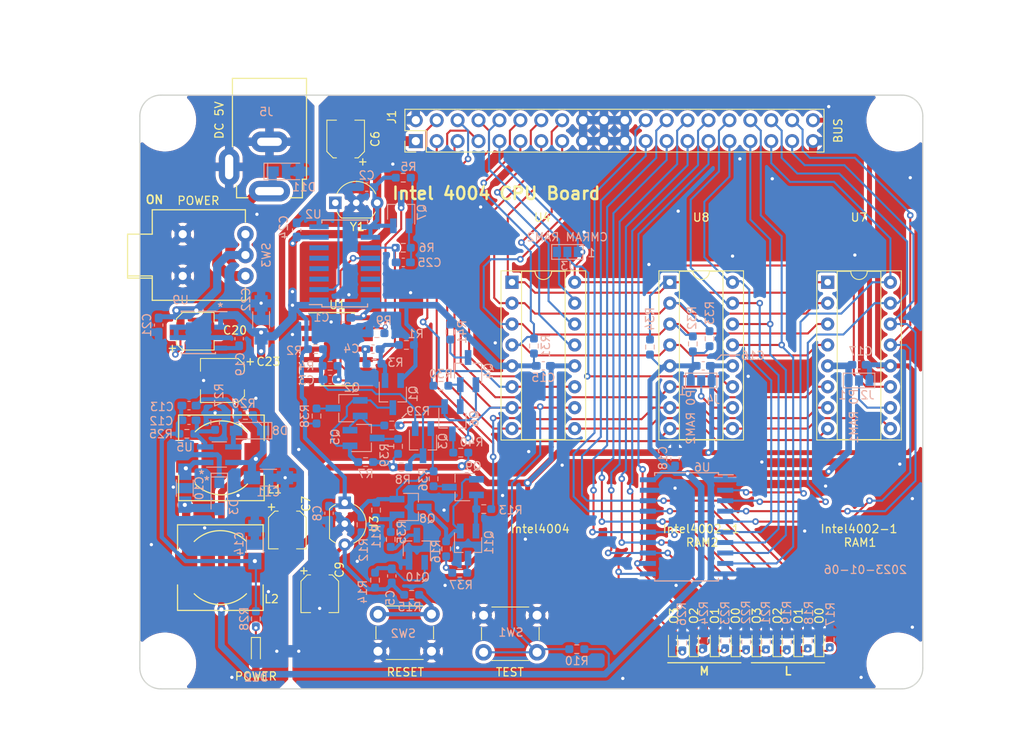
<source format=kicad_pcb>
(kicad_pcb (version 20221018) (generator pcbnew)
  (layers (0 "F.Cu" signal) (31 "B.Cu" signal) (34 "B.Paste" user) (35 "F.Paste" user) (36 "B.SilkS" user "B.Silkscreen") (37 "F.SilkS" user "F.Silkscreen") (38 "B.Mask" user) (39 "F.Mask" user) (44 "Edge.Cuts" user))
  (net 0 "")
  (net 1 "VCC")
  (net 2 "GND")
  (net 3 "Net-(Q3-B)")
  (net 4 "Net-(C3-Pad2)")
  (net 5 "Net-(Q1-B)")
  (net 6 "Net-(C4-Pad2)")
  (net 7 "Net-(Q10-B)")
  (net 8 "Net-(U3-VOUT)")
  (net 9 "/-10V")
  (net 10 "Net-(D3-A)")
  (net 11 "Net-(U5-SW)")
  (net 12 "Net-(U5-NFB)")
  (net 13 "Net-(D8-A)")
  (net 14 "Net-(U9-BYP)")
  (net 15 "Net-(U9-IN)")
  (net 16 "Net-(Q7-B)")
  (net 17 "/Y0")
  (net 18 "Net-(U2-Q3)")
  (net 19 "Net-(D1-K)")
  (net 20 "Net-(D2-K)")
  (net 21 "/Y2")
  (net 22 "Net-(D2-A)")
  (net 23 "Net-(D4-K)")
  (net 24 "Net-(D5-K)")
  (net 25 "/Y4")
  (net 26 "Net-(D5-A)")
  (net 27 "Net-(D6-K)")
  (net 28 "Net-(D7-K)")
  (net 29 "/Y6")
  (net 30 "Net-(D7-A)")
  (net 31 "Net-(D9-K)")
  (net 32 "Net-(D10-K)")
  (net 33 "/RESET")
  (net 34 "/CLK1")
  (net 35 "/CLK2")
  (net 36 "/TEST")
  (net 37 "/SYNC")
  (net 38 "/CMROM")
  (net 39 "Net-(D10-A)")
  (net 40 "/CMRAM1")
  (net 41 "Net-(D11-K)")
  (net 42 "/CMRAM3")
  (net 43 "/D0")
  (net 44 "/D1")
  (net 45 "/D2")
  (net 46 "/D3")
  (net 47 "Net-(D12-K)")
  (net 48 "Net-(J1-Pin_9)")
  (net 49 "Net-(J1-Pin_11)")
  (net 50 "Net-(J1-Pin_31)")
  (net 51 "Net-(J1-Pin_32)")
  (net 52 "Net-(J1-Pin_33)")
  (net 53 "Net-(J1-Pin_34)")
  (net 54 "Net-(J1-Pin_35)")
  (net 55 "Net-(J1-Pin_36)")
  (net 56 "Net-(J1-Pin_37)")
  (net 57 "Net-(J1-Pin_38)")
  (net 58 "Net-(J2-G2)")
  (net 59 "Net-(J3-G2)")
  (net 60 "Net-(J4-G2)")
  (net 61 "Net-(Q1-C)")
  (net 62 "Net-(Q2-E)")
  (net 63 "Net-(Q3-C)")
  (net 64 "Net-(R15-Pad1)")
  (net 65 "Net-(Q4-E)")
  (net 66 "Net-(Q7-C)")
  (net 67 "Net-(Q8-B)")
  (net 68 "Net-(Q11-B)")
  (net 69 "Net-(Q11-E)")
  (net 70 "Net-(Q10-C)")
  (net 73 "Net-(U2-Q2)")
  (net 74 "Net-(U2-Cp)")
  (net 82 "Net-(Q9-C)")
  (net 83 "Net-(Q11-C)")
  (net 84 "Net-(Q2-C)")
  (net 85 "Net-(Q4-C)")
  (net 86 "Net-(Q5-C)")
  (net 87 "Net-(Q6-C)")
  (footprint "Capacitors_SMD:CP_Elec_4x4.5" (layer "F.Cu") (at 156.464 76.454 90)
    (fp_text reference "C6")
    (fp_text value "10u 16V")
  )
  (footprint "Capacitors_SMD:CP_Elec_4x4.5" (layer "F.Cu") (at 149.352 123.952 -90)
    (fp_text reference "C7")
    (fp_text value "10u 16V")
  )
  (footprint "Capacitors_SMD:CP_Elec_4x4.5" (layer "F.Cu") (at 153.289 131.699 -90)
    (fp_text reference "C9")
    (fp_text value "10u 16V")
  )
  (footprint "Capacitors_SMD:CP_Elec_4x4.5" (layer "F.Cu") (at 138.176 99.822)
    (fp_text reference "C20")
    (fp_text value "10u 16V")
  )
  (footprint "Capacitors_SMD:CP_Elec_5x5.8" (layer "F.Cu") (at 141.478 105.791 180)
    (fp_text reference "C23")
    (fp_text value "47u 6.3V")
  )
  (footprint "LEDs:LED_0603_HandSoldering" (layer "F.Cu") (at 213.995 137.541 90)
    (fp_text reference "D1" hide)
    (fp_text value "O0")
  )
  (footprint "LEDs:LED_0603_HandSoldering" (layer "F.Cu") (at 211.455 137.541 90)
    (fp_text reference "D2" hide)
    (fp_text value "O1")
  )
  (footprint "LEDs:LED_0603_HandSoldering" (layer "F.Cu") (at 208.915 137.541 90)
    (fp_text reference "D4" hide)
    (fp_text value "O2")
  )
  (footprint "LEDs:LED_0603_HandSoldering" (layer "F.Cu") (at 206.375 137.541 90)
    (fp_text reference "D5" hide)
    (fp_text value "O3")
  )
  (footprint "LEDs:LED_0603_HandSoldering" (layer "F.Cu") (at 203.835 137.541 90)
    (fp_text reference "D6" hide)
    (fp_text value "O0")
  )
  (footprint "LEDs:LED_0603_HandSoldering" (layer "F.Cu") (at 201.295 137.541 90)
    (fp_text reference "D7" hide)
    (fp_text value "O1")
  )
  (footprint "LEDs:LED_0603_HandSoldering" (layer "F.Cu") (at 198.755 137.541 90)
    (fp_text reference "D9" hide)
    (fp_text value "O2")
  )
  (footprint "LEDs:LED_0603_HandSoldering" (layer "F.Cu") (at 196.215 137.541 90)
    (fp_text reference "D10" hide)
    (fp_text value "O3")
  )
  (footprint "LEDs:LED_0603_HandSoldering" (layer "F.Cu") (at 145.542 138.811 -90)
    (fp_text reference "D12")
    (fp_text value "POWER")
  )
  (footprint "Pin_Headers:Pin_Header_Straight_2x20_Pitch2.54mm" (layer "F.Cu") (at 164.973 76.708 90)
    (fp_text reference "J1")
    (fp_text value "BUS")
  )
  (footprint "cd_device:DC_JACK_MJ-179PH" (layer "F.Cu") (at 147.193 69.088 -90)
    (fp_text reference "J5")
    (fp_text value "DC 5V")
  )
  (footprint "Choke_SMD:Choke_SMD_10.4x10.4_H4.8" (layer "F.Cu") (at 141.351 115.189 180)
    (fp_text reference "L1")
    (fp_text value "20uH")
  )
  (footprint "Choke_SMD:Choke_SMD_10.4x10.4_H4.8" (layer "F.Cu") (at 141.224 128.524)
    (fp_text reference "L2")
    (fp_text value "20uH")
  )
  (footprint "Buttons_Switches_ThroughHole:SW_PUSH_6mm" (layer "F.Cu") (at 179.705 138.811 180)
    (fp_text reference "SW1")
    (fp_text value "TEST")
  )
  (footprint "Buttons_Switches_ThroughHole:SW_PUSH_6mm" (layer "F.Cu") (at 166.878 138.684 180)
    (fp_text reference "SW2")
    (fp_text value "RESET")
  )
  (footprint "cd_device:ToggleSW_MS-612A_RI" (layer "F.Cu") (at 144.272 90.551 -90)
    (fp_text reference "SW3")
    (fp_text value "POWER")
  )
  (footprint "cd_device:SOIC-14_3.9_5.3x8.7mm_P1.27mm" (layer "F.Cu") (at 155.448 101.981)
    (fp_text reference "U1")
    (fp_text value "74HC08")
  )
  (footprint "TO_SOT_Packages_THT:TO-92_Inline_Wide" (layer "F.Cu") (at 156.337 120.65 -90)
    (fp_text reference "U3")
    (fp_text value "PST600")
  )
  (footprint "Housings_DIP:DIP-16_W7.62mm_Socket" (layer "F.Cu") (at 176.657 93.853)
    (fp_text reference "U4")
    (fp_text value "Intel4004")
  )
  (footprint "Housings_DIP:DIP-16_W7.62mm_Socket" (layer "F.Cu") (at 215.011 93.853)
    (fp_text reference "U7")
    (fp_text value "Intel4002-1")
  )
  (footprint "Housings_DIP:DIP-16_W7.62mm_Socket" (layer "F.Cu") (at 195.834 93.853)
    (fp_text reference "U8")
    (fp_text value "Intel4002-1")
  )
  (footprint "TO_SOT_Packages_THT:TO-92_Inline_Wide" (layer "F.Cu") (at 155.194 84.201)
    (fp_text reference "Y1")
    (fp_text value "DLO555MB")
  )
  (footprint "Mounting_Holes:MountingHole_3.2mm_M3" (layer "F.Cu") (at 223.52 74.168)
    (fp_text reference "REF**" hide)
    (fp_text value "MountingHole_3.2mm_M3" hide)
  )
  (footprint "Mounting_Holes:MountingHole_3.2mm_M3" (layer "F.Cu") (at 134.493 74.168)
    (fp_text reference "REF**" hide)
    (fp_text value "MountingHole_3.2mm_M3" hide)
  )
  (footprint "Mounting_Holes:MountingHole_3.2mm_M3" (layer "F.Cu") (at 223.52 140.208)
    (fp_text reference "REF**" hide)
    (fp_text value "MountingHole_3.2mm_M3" hide)
  )
  (footprint "Mounting_Holes:MountingHole_3.2mm_M3" (layer "F.Cu") (at 134.493 140.208)
    (fp_text reference "REF**" hide)
    (fp_text value "MountingHole_3.2mm_M3" hide)
  )
  (footprint "cd_device:VIA-0.8-Hole-0.4mm" (layer "F.Cu") (at 196.469 118.872)
    (fp_text reference "REF**" hide)
    (fp_text value "VIA-0.8-Hole-0.4mm" hide)
  )
  (footprint "cd_device:VIA-0.8-Hole-0.4mm" (layer "F.Cu") (at 182.753 116.078)
    (fp_text reference "REF**" hide)
    (fp_text value "VIA-0.8-Hole-0.4mm" hide)
  )
  (footprint "cd_device:VIA-0.8-Hole-0.4mm" (layer "F.Cu") (at 175.514 119.761)
    (fp_text reference "REF**" hide)
    (fp_text value "VIA-0.8-Hole-0.4mm" hide)
  )
  (footprint "cd_device:VIA-0.8-Hole-0.4mm" (layer "F.Cu") (at 185.42 87.757)
    (fp_text reference "REF**" hide)
    (fp_text value "VIA-0.8-Hole-0.4mm" hide)
  )
  (footprint "cd_device:VIA-0.8-Hole-0.4mm" (layer "F.Cu") (at 207.01 115.697)
    (fp_text reference "REF**" hide)
    (fp_text value "VIA-0.8-Hole-0.4mm" hide)
  )
  (footprint "cd_device:VIA-0.8-Hole-0.4mm" (layer "F.Cu") (at 205.359 105.283)
    (fp_text reference "REF**" hide)
    (fp_text value "VIA-0.8-Hole-0.4mm" hide)
  )
  (footprint "cd_device:VIA-0.8-Hole-0.4mm" (layer "F.Cu") (at 214.757 118.618)
    (fp_text reference "REF**" hide)
    (fp_text value "VIA-0.8-Hole-0.4mm" hide)
  )
  (footprint "cd_device:VIA-0.8-Hole-0.4mm" (layer "F.Cu") (at 212.217 124.079)
    (fp_text reference "REF**" hide)
    (fp_text value "VIA-0.8-Hole-0.4mm" hide)
  )
  (footprint "cd_device:VIA-0.8-Hole-0.4mm" (layer "F.Cu") (at 223.774 115.951)
    (fp_text reference "REF**" hide)
    (fp_text value "VIA-0.8-Hole-0.4mm" hide)
  )
  (footprint "cd_device:VIA-0.8-Hole-0.4mm" (layer "F.Cu") (at 219.075 141.859)
    (fp_text reference "REF**" hide)
    (fp_text value "VIA-0.8-Hole-0.4mm" hide)
  )
  (footprint "cd_device:VIA-0.8-Hole-0.4mm" (layer "F.Cu") (at 196.596 130.683)
    (fp_text reference "REF**" hide)
    (fp_text value "VIA-0.8-Hole-0.4mm" hide)
  )
  (footprint "cd_device:VIA-0.8-Hole-0.4mm" (layer "F.Cu") (at 225.298 135.763)
    (fp_text reference "REF**" hide)
    (fp_text value "VIA-0.8-Hole-0.4mm" hide)
  )
  (footprint "cd_device:VIA-0.8-Hole-0.4mm" (layer "F.Cu") (at 225.298 120.142)
    (fp_text reference "REF**" hide)
    (fp_text value "VIA-0.8-Hole-0.4mm" hide)
  )
  (footprint "cd_device:VIA-0.8-Hole-0.4mm" (layer "F.Cu") (at 190.119 141.986)
    (fp_text reference "REF**" hide)
    (fp_text value "VIA-0.8-Hole-0.4mm" hide)
  )
  (footprint "cd_device:VIA-0.8-Hole-0.4mm" (layer "F.Cu") (at 215.138 72.517)
    (fp_text reference "REF**" hide)
    (fp_text value "VIA-0.8-Hole-0.4mm" hide)
  )
  (footprint "cd_device:VIA-0.8-Hole-0.4mm" (layer "F.Cu") (at 193.294 91.694)
    (fp_text reference "REF**" hide)
    (fp_text value "VIA-0.8-Hole-0.4mm" hide)
  )
  (footprint "cd_device:VIA-0.8-Hole-0.4mm" (layer "F.Cu") (at 204.343 78.867)
    (fp_text reference "REF**" hide)
    (fp_text value "VIA-0.8-Hole-0.4mm" hide)
  )
  (footprint "cd_device:VIA-0.8-Hole-0.4mm" (layer "F.Cu") (at 172.847 84.709)
    (fp_text reference "REF**" hide)
    (fp_text value "VIA-0.8-Hole-0.4mm" hide)
  )
  (footprint "cd_device:VIA-0.8-Hole-0.4mm" (layer "F.Cu") (at 218.313 90.551)
    (fp_text reference "REF**" hide)
    (fp_text value "VIA-0.8-Hole-0.4mm" hide)
  )
  (footprint "cd_device:VIA-0.8-Hole-0.4mm" (layer "F.Cu") (at 225.044 81.153)
    (fp_text reference "REF**" hide)
    (fp_text value "VIA-0.8-Hole-0.4mm" hide)
  )
  (footprint "cd_device:VIA-0.8-Hole-0.4mm" (layer "F.Cu") (at 178.2826 125.0696)
    (fp_text reference "REF**" hide)
    (fp_text value "VIA-0.8-Hole-0.4mm" hide)
  )
  (footprint "cd_device:VIA-0.8-Hole-0.4mm" (layer "F.Cu") (at 196.85 85.217)
    (fp_text reference "REF**" hide)
    (fp_text value "VIA-0.8-Hole-0.4mm" hide)
  )
  (footprint "cd_device:VIA-0.8-Hole-0.4mm" (layer "F.Cu") (at 203.454 90.678)
    (fp_text reference "REF**" hide)
    (fp_text value "VIA-0.8-Hole-0.4mm" hide)
  )
  (footprint "cd_device:VIA-0.8-Hole-0.4mm" (layer "F.Cu") (at 208.28 81.28)
    (fp_text reference "REF**" hide)
    (fp_text value "VIA-0.8-Hole-0.4mm" hide)
  )
  (footprint "cd_device:VIA-0.8-Hole-0.4mm" (layer "F.Cu") (at 162.179 79.502)
    (fp_text reference "REF**" hide)
    (fp_text value "VIA-0.8-Hole-0.4mm" hide)
  )
  (footprint "cd_device:VIA-0.8-Hole-0.4mm" (layer "F.Cu") (at 164.338 95.123)
    (fp_text reference "REF**" hide)
    (fp_text value "VIA-0.8-Hole-0.4mm" hide)
  )
  (footprint "cd_device:VIA-0.8-Hole-0.4mm" (layer "F.Cu") (at 174.625 101.219)
    (fp_text reference "REF**" hide)
    (fp_text value "VIA-0.8-Hole-0.4mm" hide)
  )
  (footprint "cd_device:VIA-0.8-Hole-0.4mm" (layer "F.Cu") (at 156.845 95.377)
    (fp_text reference "REF**" hide)
    (fp_text value "VIA-0.8-Hole-0.4mm" hide)
  )
  (footprint "cd_device:VIA-0.8-Hole-0.4mm" (layer "F.Cu") (at 145.669 85.598)
    (fp_text reference "REF**" hide)
    (fp_text value "VIA-0.8-Hole-0.4mm" hide)
  )
  (footprint "cd_device:VIA-0.8-Hole-0.4mm" (layer "F.Cu") (at 139.192 105.791)
    (fp_text reference "REF**" hide)
    (fp_text value "VIA-0.8-Hole-0.4mm" hide)
  )
  (footprint "cd_device:VIA-0.8-Hole-0.4mm" (layer "F.Cu") (at 149.987 100.203)
    (fp_text reference "REF**" hide)
    (fp_text value "VIA-0.8-Hole-0.4mm" hide)
  )
  (footprint "cd_device:VIA-0.8-Hole-0.4mm" (layer "F.Cu") (at 146.177 96.393)
    (fp_text reference "REF**" hide)
    (fp_text value "VIA-0.8-Hole-0.4mm" hide)
  )
  (footprint "cd_device:VIA-0.8-Hole-0.4mm" (layer "F.Cu") (at 149.098 117.602)
    (fp_text reference "REF**" hide)
    (fp_text value "VIA-0.8-Hole-0.4mm" hide)
  )
  (footprint "cd_device:VIA-0.8-Hole-0.4mm" (layer "F.Cu") (at 153.289 133.477)
    (fp_text reference "REF**" hide)
    (fp_text value "VIA-0.8-Hole-0.4mm" hide)
  )
  (footprint "cd_device:VIA-0.8-Hole-0.4mm" (layer "F.Cu") (at 142.621 141.859)
    (fp_text reference "REF**" hide)
    (fp_text value "VIA-0.8-Hole-0.4mm" hide)
  )
  (footprint "cd_device:VIA-0.8-Hole-0.4mm" (layer "F.Cu") (at 132.842 125.73)
    (fp_text reference "REF**" hide)
    (fp_text value "VIA-0.8-Hole-0.4mm" hide)
  )
  (footprint "cd_device:VIA-0.8-Hole-0.4mm" (layer "F.Cu") (at 168.402 121.539)
    (fp_text reference "REF**" hide)
    (fp_text value "VIA-0.8-Hole-0.4mm" hide)
  )
  (footprint "cd_device:VIA-0.8-Hole-0.4mm" (layer "F.Cu") (at 170.053 126.111)
    (fp_text reference "REF**" hide)
    (fp_text value "VIA-0.8-Hole-0.4mm" hide)
  )
  (footprint "cd_device:VIA-0.8-Hole-0.4mm" (layer "F.Cu") (at 168.529 130.683)
    (fp_text reference "REF**" hide)
    (fp_text value "VIA-0.8-Hole-0.4mm" hide)
  )
  (footprint "cd_device:VIA-0.8-Hole-0.4mm" (layer "F.Cu") (at 157.861 127.762)
    (fp_text reference "REF**" hide)
    (fp_text value "VIA-0.8-Hole-0.4mm" hide)
  )
  (footprint "cd_device:VIA-0.8-Hole-0.4mm" (layer "F.Cu") (at 147.066 131.445)
    (fp_text reference "REF**" hide)
    (fp_text value "VIA-0.8-Hole-0.4mm" hide)
  )
  (footprint "cd_device:VIA-0.8-Hole-0.4mm" (layer "F.Cu") (at 139.319 123.698)
    (fp_text reference "REF**" hide)
    (fp_text value "VIA-0.8-Hole-0.4mm" hide)
  )
  (footprint "cd_device:VIA-0.8-Hole-0.4mm" (layer "F.Cu") (at 135.509 118.745)
    (fp_text reference "REF**" hide)
    (fp_text value "VIA-0.8-Hole-0.4mm" hide)
  )
  (footprint "cd_device:VIA-0.8-Hole-0.4mm" (layer "F.Cu") (at 143.383 119.761)
    (fp_text reference "REF**" hide)
    (fp_text value "VIA-0.8-Hole-0.4mm" hide)
  )
  (footprint "cd_device:VIA-0.8-Hole-0.4mm" (layer "F.Cu") (at 140.589 109.728)
    (fp_text reference "REF**" hide)
    (fp_text value "VIA-0.8-Hole-0.4mm" hide)
  )
  (footprint "cd_device:VIA-0.8-Hole-0.4mm" (layer "F.Cu") (at 145.542 107.95)
    (fp_text reference "REF**" hide)
    (fp_text value "VIA-0.8-Hole-0.4mm" hide)
  )
  (footprint "cd_device:VIA-0.8-Hole-0.4mm" (layer "F.Cu") (at 148.082 138.684)
    (fp_text reference "REF**" hide)
    (fp_text value "VIA-0.8-Hole-0.4mm" hide)
  )
  (footprint "cd_device:VIA-0.8-Hole-0.4mm" (layer "F.Cu") (at 150.749 138.684)
    (fp_text reference "REF**" hide)
    (fp_text value "VIA-0.8-Hole-0.4mm" hide)
  )
  (footprint "cd_device:VIA-0.8-Hole-0.4mm" (layer "F.Cu") (at 150.749 114.173)
    (fp_text reference "REF**" hide)
    (fp_text value "VIA-0.8-Hole-0.4mm" hide)
  )
  (footprint "Capacitor_SMD:C_0603_1608Metric_Pad1.08x0.95mm_HandSolder" (layer "B.Cu") (at 156.21 98.171 180)
    (fp_text reference "C1")
    (fp_text value "0.1u")
  )
  (footprint "Capacitor_SMD:C_0603_1608Metric_Pad1.08x0.95mm_HandSolder" (layer "B.Cu") (at 159.004 82.296 180)
    (fp_text reference "C2")
    (fp_text value "0.1u")
  )
  (footprint "Capacitor_SMD:C_0603_1608Metric_Pad1.08x0.95mm_HandSolder" (layer "B.Cu") (at 154.559 105.664)
    (fp_text reference "C3")
    (fp_text value "100p")
  )
  (footprint "Capacitor_SMD:C_0603_1608Metric_Pad1.08x0.95mm_HandSolder" (layer "B.Cu") (at 159.766 101.981 180)
    (fp_text reference "C4")
    (fp_text value "100p")
  )
  (footprint "Capacitor_SMD:C_0603_1608Metric_Pad1.08x0.95mm_HandSolder" (layer "B.Cu") (at 162.052 129.54 -90)
    (fp_text reference "C5")
    (fp_text value "0")
  )
  (footprint "Capacitor_SMD:C_0603_1608Metric_Pad1.08x0.95mm_HandSolder" (layer "B.Cu") (at 154.432 121.92 -90)
    (fp_text reference "C8")
    (fp_text value "0.1u")
  )
  (footprint "Capacitors_SMD:C_1206_HandSoldering" (layer "B.Cu") (at 136.906 118.872 90)
    (fp_text reference "C10")
    (fp_text value "10u X5R")
  )
  (footprint "Capacitors_SMD:C_1206_HandSoldering" (layer "B.Cu") (at 147.066 117.602)
    (fp_text reference "C11")
    (fp_text value "10u X5R")
  )
  (footprint "Capacitor_SMD:C_0603_1608Metric_Pad1.08x0.95mm_HandSolder" (layer "B.Cu") (at 137.414 110.617)
    (fp_text reference "C12")
    (fp_text value "220p")
  )
  (footprint "Capacitor_SMD:C_0603_1608Metric_Pad1.08x0.95mm_HandSolder" (layer "B.Cu") (at 137.414 108.839 180)
    (fp_text reference "C13")
    (fp_text value "1u")
  )
  (footprint "Capacitors_SMD:C_1206_HandSoldering" (layer "B.Cu") (at 145.415 125.73 90)
    (fp_text reference "C14")
    (fp_text value "10u X5R")
  )
  (footprint "Capacitor_SMD:C_0603_1608Metric_Pad1.08x0.95mm_HandSolder" (layer "B.Cu") (at 180.467 104.013)
    (fp_text reference "C15")
    (fp_text value "0.1u")
  )
  (footprint "Capacitor_SMD:C_0603_1608Metric_Pad1.08x0.95mm_HandSolder" (layer "B.Cu") (at 199.898 104.013)
    (fp_text reference "C16")
    (fp_text value "0.1u")
  )
  (footprint "Capacitor_SMD:C_0603_1608Metric_Pad1.08x0.95mm_HandSolder" (layer "B.Cu") (at 218.821 103.886)
    (fp_text reference "C17")
    (fp_text value "0.1u")
  )
  (footprint "Capacitor_SMD:C_0603_1608Metric_Pad1.08x0.95mm_HandSolder" (layer "B.Cu") (at 196.469 115.316 90)
    (fp_text reference "C18")
    (fp_text value "0.1u")
  )
  (footprint "Capacitor_SMD:C_0603_1608Metric_Pad1.08x0.95mm_HandSolder" (layer "B.Cu") (at 143.51 100.711 -90)
    (fp_text reference "C19")
    (fp_text value "0.01u")
  )
  (footprint "Capacitor_SMD:C_0603_1608Metric_Pad1.08x0.95mm_HandSolder" (layer "B.Cu") (at 133.731 99.06 -90)
    (fp_text reference "C21")
    (fp_text value "1u")
  )
  (footprint "Capacitors_SMD:C_1206_HandSoldering" (layer "B.Cu") (at 146.177 98.425 90)
    (fp_text reference "C22")
    (fp_text value "10u")
  )
  (footprint "cd_device:D_SOD-123_HandSoldering" (layer "B.Cu") (at 141.097 119.761 -90)
    (fp_text reference "D3")
    (fp_text value "MBR0520")
  )
  (footprint "cd_device:D_SOD-123_HandSoldering" (layer "B.Cu") (at 144.78 111.887 180)
    (fp_text reference "D8")
    (fp_text value "D")
  )
  (footprint "cd_device:D_SOD-123_HandSoldering" (layer "B.Cu") (at 149.225 80.391)
    (fp_text reference "D11")
    (fp_text value "D_ALT")
  )
  (footprint "Connect:GS3" (layer "B.Cu") (at 218.821 105.791 -90)
    (fp_text reference "J2")
    (fp_text value "P0 RAM1")
  )
  (footprint "Connect:GS3" (layer "B.Cu") (at 183.388 90.17 90)
    (fp_text reference "J3")
    (fp_text value "CMRAM RAM2")
  )
  (footprint "Connect:GS3" (layer "B.Cu") (at 199.644 105.791 -90)
    (fp_text reference "J4")
    (fp_text value "P0 RAM2")
  )
  (footprint "TO_SOT_Packages_SMD:SC-59_Handsoldering" (layer "B.Cu") (at 162.179 107.442 -90)
    (fp_text reference "Q1")
    (fp_text value "2SA1162GR")
  )
  (footprint "TO_SOT_Packages_SMD:SC-59_Handsoldering" (layer "B.Cu") (at 156.5666 109.154 180)
    (fp_text reference "Q2")
    (fp_text value "2SC2712GR")
  )
  (footprint "TO_SOT_Packages_SMD:SC-59_Handsoldering" (layer "B.Cu") (at 165.8468 113.283 -90)
    (fp_text reference "Q3")
    (fp_text value "2SA1162GR")
  )
  (footprint "TO_SOT_Packages_SMD:SC-59_Handsoldering" (layer "B.Cu") (at 171.323 104.648 90)
    (fp_text reference "Q4")
    (fp_text value "2SC2712GR")
  )
  (footprint "TO_SOT_Packages_SMD:SC-59_Handsoldering" (layer "B.Cu") (at 158.623 112.776)
    (fp_text reference "Q5")
    (fp_text value "2SA1162GR")
  )
  (footprint "TO_SOT_Packages_SMD:SC-59_Handsoldering" (layer "B.Cu") (at 169.418 110.617 -90)
    (fp_text reference "Q6")
    (fp_text value "2SA1162GR")
  )
  (footprint "TO_SOT_Packages_SMD:SC-59_Handsoldering" (layer "B.Cu") (at 163.195 85.344 90)
    (fp_text reference "Q7")
    (fp_text value "2SA1162GR")
  )
  (footprint "TO_SOT_Packages_SMD:SC-59_Handsoldering" (layer "B.Cu") (at 164.338 121.158)
    (fp_text reference "Q8")
    (fp_text value "2SA1162GR")
  )
  (footprint "TO_SOT_Packages_SMD:SC-59_Handsoldering" (layer "B.Cu") (at 170.688 118.745 180)
    (fp_text reference "Q9")
    (fp_text value "2SC2712GR")
  )
  (footprint "TO_SOT_Packages_SMD:SC-59_Handsoldering" (layer "B.Cu") (at 165.1 126.238 90)
    (fp_text reference "Q10")
    (fp_text value "2SC2712GR")
  )
  (footprint "TO_SOT_Packages_SMD:SC-59_Handsoldering" (layer "B.Cu") (at 171.323 125.73 -90)
    (fp_text reference "Q11")
    (fp_text value "2SA1162GR")
  )
  (footprint "Resistor_SMD:R_0603_1608Metric_Pad0.98x0.95mm_HandSolder" (layer "B.Cu") (at 163.83 101.473 180)
    (fp_text reference "R1")
    (fp_text value "330")
  )
  (footprint "Resistor_SMD:R_0603_1608Metric_Pad0.98x0.95mm_HandSolder" (layer "B.Cu") (at 152.781 101.981)
    (fp_text reference "R2")
    (fp_text value "330")
  )
  (footprint "Resistor_SMD:R_0603_1608Metric_Pad0.98x0.95mm_HandSolder" (layer "B.Cu") (at 159.893 103.759 180)
    (fp_text reference "R3")
    (fp_text value "1k")
  )
  (footprint "Resistor_SMD:R_0603_1608Metric_Pad0.98x0.95mm_HandSolder" (layer "B.Cu") (at 154.559 104.013)
    (fp_text reference "R4")
    (fp_text value "1k")
  )
  (footprint "Resistor_SMD:R_0603_1608Metric_Pad0.98x0.95mm_HandSolder" (layer "B.Cu") (at 163.449 81.153)
    (fp_text reference "R5")
    (fp_text value "330")
  )
  (footprint "Resistor_SMD:R_0603_1608Metric_Pad0.98x0.95mm_HandSolder" (layer "B.Cu") (at 163.449 89.662 180)
    (fp_text reference "R6")
    (fp_text value "1k")
  )
  (footprint "Resistor_SMD:R_0603_1608Metric_Pad0.98x0.95mm_HandSolder" (layer "B.Cu") (at 158.877 115.697)
    (fp_text reference "R7")
    (fp_text value "1k")
  )
  (footprint "Resistor_SMD:R_0603_1608Metric_Pad0.98x0.95mm_HandSolder" (layer "B.Cu") (at 163.195 116.332 180)
    (fp_text reference "R8")
    (fp_text value "1k")
  )
  (footprint "Resistor_SMD:R_0603_1608Metric_Pad0.98x0.95mm_HandSolder" (layer "B.Cu") (at 160.2486 100.0506 180)
    (fp_text reference "R9")
    (fp_text value "330")
  )
  (footprint "Resistor_SMD:R_0603_1608Metric_Pad0.98x0.95mm_HandSolder" (layer "B.Cu") (at 184.531 138.43)
    (fp_text reference "R10")
    (fp_text value "4.7k")
  )
  (footprint "Resistor_SMD:R_0603_1608Metric_Pad0.98x0.95mm_HandSolder" (layer "B.Cu") (at 160.147 121.539 -90)
    (fp_text reference "R11")
    (fp_text value "330")
  )
  (footprint "Resistor_SMD:R_0603_1608Metric_Pad0.98x0.95mm_HandSolder" (layer "B.Cu") (at 158.369 123.317 90)
    (fp_text reference "R12")
    (fp_text value "1k")
  )
  (footprint "Resistor_SMD:R_0603_1608Metric_Pad0.98x0.95mm_HandSolder" (layer "B.Cu") (at 173.228 121.412)
    (fp_text reference "R13")
    (fp_text value "22")
  )
  (footprint "Resistor_SMD:R_0603_1608Metric_Pad0.98x0.95mm_HandSolder" (layer "B.Cu") (at 160.02 130.048 -90)
    (fp_text reference "R14")
    (fp_text value "1k")
  )
  (footprint "Resistor_SMD:R_0603_1608Metric_Pad0.98x0.95mm_HandSolder" (layer "B.Cu") (at 164.465 131.826 180)
    (fp_text reference "R15")
    (fp_text value "22")
  )
  (footprint "Resistor_SMD:R_0603_1608Metric_Pad0.98x0.95mm_HandSolder" (layer "B.Cu") (at 168.656 126.238 -90)
    (fp_text reference "R16")
    (fp_text value "1k")
  )
  (footprint "Resistor_SMD:R_0603_1608Metric_Pad0.98x0.95mm_HandSolder" (layer "B.Cu") (at 215.265 137.287 -90)
    (fp_text reference "R17")
    (fp_text value "1k")
  )
  (footprint "Resistor_SMD:R_0603_1608Metric_Pad0.98x0.95mm_HandSolder" (layer "B.Cu") (at 212.598 137.414 -90)
    (fp_text reference "R18")
    (fp_text value "1k")
  )
  (footprint "Resistor_SMD:R_0603_1608Metric_Pad0.98x0.95mm_HandSolder" (layer "B.Cu") (at 210.058 137.541 -90)
    (fp_text reference "R19")
    (fp_text value "1k")
  )
  (footprint "Resistor_SMD:R_0603_1608Metric_Pad0.98x0.95mm_HandSolder" (layer "B.Cu") (at 144.272 109.982)
    (fp_text reference "R20")
    (fp_text value "10k")
  )
  (footprint "Resistor_SMD:R_0603_1608Metric_Pad0.98x0.95mm_HandSolder" (layer "B.Cu") (at 207.518 137.541 -90)
    (fp_text reference "R21")
    (fp_text value "1k")
  )
  (footprint "Resistor_SMD:R_0603_1608Metric_Pad0.98x0.95mm_HandSolder" (layer "B.Cu") (at 205.105 137.541 -90)
    (fp_text reference "R22")
    (fp_text value "1k")
  )
  (footprint "Resistor_SMD:R_0603_1608Metric_Pad0.98x0.95mm_HandSolder" (layer "B.Cu") (at 202.565 137.414 -90)
    (fp_text reference "R23")
    (fp_text value "1k")
  )
  (footprint "Resistor_SMD:R_0603_1608Metric_Pad0.98x0.95mm_HandSolder" (layer "B.Cu") (at 199.898 137.414 -90)
    (fp_text reference "R24")
    (fp_text value "1k")
  )
  (footprint "Resistor_SMD:R_0603_1608Metric_Pad0.98x0.95mm_HandSolder" (layer "B.Cu") (at 137.16 112.268 180)
    (fp_text reference "R25")
    (fp_text value "30k(33k//330k)")
  )
  (footprint "Resistor_SMD:R_0603_1608Metric_Pad0.98x0.95mm_HandSolder" (layer "B.Cu") (at 197.358 137.668 -90)
    (fp_text reference "R26")
    (fp_text value "1k")
  )
  (footprint "Resistor_SMD:R_0603_1608Metric_Pad0.98x0.95mm_HandSolder" (layer "B.Cu") (at 140.589 110.871 -90)
    (fp_text reference "R27")
    (fp_text value "4.7k")
  )
  (footprint "Resistor_SMD:R_0603_1608Metric_Pad0.98x0.95mm_HandSolder" (layer "B.Cu") (at 145.542 134.747 -90)
    (fp_text reference "R28")
    (fp_text value "1k")
  )
  (footprint "cd_device:SOIC-16_3.9_5.3x10.2mm_P1.27mm" (layer "B.Cu") (at 156.337 91.567)
    (fp_text reference "U2")
    (fp_text value "74HC161")
  )
  (footprint "TO_SOT_Packages_SMD:TSOT-23-5_HandSoldering" (layer "B.Cu") (at 141.097 114.808)
    (fp_text reference "U5")
    (fp_text value "LT1931A")
  )
  (footprint "Housings_SOIC:SOIC-20W_7.5x12.8mm_Pitch1.27mm" (layer "B.Cu") (at 197.866 123.571 180)
    (fp_text reference "U6")
    (fp_text value "74LS540")
  )
  (footprint "Housings_SOIC:SOIC-8_3.9x4.9mm_Pitch1.27mm" (layer "B.Cu") (at 138.557 99.949 180)
    (fp_text reference "U9")
    (fp_text value "LT1763")
  )
  (footprint "Capacitor_SMD:C_0603_1608Metric_Pad1.08x0.95mm_HandSolder" (layer "B.Cu") (at 150.495 87.503 90)
    (fp_text reference "C24")
    (fp_text value "0.1u")
  )
  (footprint "Resistor_SMD:R_0603_1608Metric_Pad0.98x0.95mm_HandSolder" (layer "B.Cu") (at 162.052 111.252)
    (fp_text reference "R29")
    (fp_text value "22")
  )
  (footprint "Resistor_SMD:R_0603_1608Metric_Pad0.98x0.95mm_HandSolder" (layer "B.Cu") (at 168.021 106.426 180)
    (fp_text reference "R30")
    (fp_text value "22")
  )
  (footprint "Resistor_SMD:R_0603_1608Metric_Pad0.98x0.95mm_HandSolder" (layer "B.Cu") (at 179.324 101.6 90)
    (fp_text reference "R31")
    (fp_text value "22k")
  )
  (footprint "Resistor_SMD:R_0603_1608Metric_Pad0.98x0.95mm_HandSolder" (layer "B.Cu") (at 198.628 101.346 90)
    (fp_text reference "R32")
    (fp_text value "22k")
  )
  (footprint "Resistor_SMD:R_0603_1608Metric_Pad0.98x0.95mm_HandSolder" (layer "B.Cu") (at 200.66 100.711 90)
    (fp_text reference "R33")
    (fp_text value "22k")
  )
  (footprint "Resistor_SMD:R_0603_1608Metric_Pad0.98x0.95mm_HandSolder" (layer "B.Cu") (at 193.421 101.727 90)
    (fp_text reference "R34")
    (fp_text value "22k")
  )
  (footprint "Capacitor_SMD:C_0603_1608Metric_Pad1.08x0.95mm_HandSolder" (layer "B.Cu") (at 163.449 91.44 180)
    (fp_text reference "C25")
    (fp_text value "100p")
  )
  (footprint "Resistor_SMD:R_0603_1608Metric_Pad0.98x0.95mm_HandSolder" (layer "B.Cu") (at 161.925 125.095 90)
    (fp_text reference "R35")
    (fp_text value "1k")
  )
  (footprint "Resistor_SMD:R_0603_1608Metric_Pad0.98x0.95mm_HandSolder" (layer "B.Cu") (at 169.164 99.8982 90)
    (fp_text reference "R41")
    (fp_text value "22")
  )
  (footprint "Resistor_SMD:R_0603_1608Metric_Pad0.98x0.95mm_HandSolder" (layer "B.Cu") (at 167.132 117.729 90)
    (fp_text reference "R36")
    (fp_text value "22")
  )
  (footprint "Resistor_SMD:R_0603_1608Metric_Pad0.98x0.95mm_HandSolder" (layer "B.Cu") (at 170.434 114.554 180)
    (fp_text reference "R40")
    (fp_text value "22")
  )
  (footprint "Resistor_SMD:R_0603_1608Metric_Pad0.98x0.95mm_HandSolder" (layer "B.Cu") (at 170.307 129.159)
    (fp_text reference "R37")
    (fp_text value "22")
  )
  (footprint "Resistor_SMD:R_0603_1608Metric_Pad0.98x0.95mm_HandSolder" (layer "B.Cu") (at 162.814 113.792 90)
    (fp_text reference "R39")
    (fp_text value "22")
  )
  (footprint "Resistor_SMD:R_0603_1608Metric_Pad0.98x0.95mm_HandSolder" (layer "B.Cu") (at 152.908 110.109 -90)
    (fp_text reference "R38")
    (fp_text value "22")
  )
  (gr_line (start 204.3176 102.6922) (end 202.0824 102.6922) (stroke (width 0.15)) (layer "B.SilkS"))
  (gr_line (start 162.2915 113.792) (end 161.5694 113.792) (stroke (width 0.15)) (layer "B.SilkS"))
  (gr_line (start 202.0824 102.6922) (end 201.4982 103.2764) (stroke (width 0.15)) (layer "B.SilkS"))
  (gr_line (start 163.83 109.8042) (end 163.2966 110.3376) (stroke (width 0.15)) (layer "B.SilkS"))
  (gr_line (start 195.58 140.081) (end 204.47 140.081) (stroke (width 0.15)) (layer "F.SilkS"))
  (gr_line (start 205.74 140.081) (end 214.63 140.081) (stroke (width 0.15)) (layer "F.SilkS"))
  (gr_line (start 131.445 73.66) (end 131.445 140.716) (stroke (width 0.15)) (layer "Edge.Cuts"))
  (gr_line (start 226.568 140.716) (end 226.568 73.66) (stroke (width 0.15)) (layer "Edge.Cuts"))
  (gr_arc (start 131.445 73.66) (mid 132.188949 71.863949) (end 133.985 71.12) (stroke (width 0.15)) (layer "Edge.Cuts"))
  (gr_arc (start 133.985 143.256) (mid 132.188949 142.512051) (end 131.445 140.716) (stroke (width 0.15)) (layer "Edge.Cuts"))
  (gr_line (start 224.028 71.12) (end 133.985 71.12) (stroke (width 0.15)) (layer "Edge.Cuts"))
  (gr_line (start 133.985 143.256) (end 224.028 143.256) (stroke (width 0.15)) (layer "Edge.Cuts"))
  (gr_arc (start 224.028 71.12) (mid 225.824051 71.863949) (end 226.568 73.66) (stroke (width 0.15)) (layer "Edge.Cuts"))
  (gr_arc (start 226.568 140.716) (mid 225.824051 142.512051) (end 224.028 143.256) (stroke (width 0.15)) (layer "Edge.Cuts"))
  (gr_text "*" (at 138.938 117.221) (layer "B.SilkS") (effects (font (size 1 1)) (justify mirror)))
  (gr_text "1" (at 197.358 107.061) (layer "B.SilkS") (effects (font (size 1 1)) (justify mirror)))
  (gr_text "2023-01-06" (at 219.583 128.778) (layer "B.SilkS") (effects (font (size 1 1)) (justify mirror)))
  (gr_text "*" (at 141.224 96.901) (layer "B.SilkS") (effects (font (size 1 1)) (justify mirror)))
  (gr_text "1" (at 216.789 107.569) (layer "B.SilkS") (effects (font (size 1 1)) (justify mirror)))
  (gr_text "1" (at 186.309 90.297) (layer "B.SilkS") (effects (font (size 1 1)) (justify mirror)))
  (gr_text "*" (at 139.573 117.983) (layer "B.SilkS") (effects (font (size 1 1)) (justify mirror)))
  (gr_text "RAM1" (at 218.948 125.476) (layer "F.SilkS") (effects (font (size 1 1))))
  (gr_text "RAM2" (at 199.771 125.476) (layer "F.SilkS") (effects (font (size 1 1))))
  (gr_text "M" (at 200.025 141.097) (layer "F.SilkS") (effects (font (size 1 1) (thickness 0.2))))
  (gr_text "Intel 4004 CPU Board" (at 174.752 83.058) (layer "F.SilkS") (effects (font (size 1.5 1.5) (thickness 0.3))))
  (gr_text "ON" (at 133.223 83.82) (layer "F.SilkS") (effects (font (size 1 1) (thickness 0.2))))
  (gr_text "L" (at 210.185 141.097) (layer "F.SilkS") (effects (font (size 1 1) (thickness 0.2))))
  (segment (start 215.138 116.84) (end 214.884 117.094) (width 0.8) (layer "F.Cu") (net 1))
  (segment (start 214.884 117.094) (end 197.993 117.094) (width 0.8) (layer "F.Cu") (net 1))
  (segment (start 158.623 97.917) (end 158.573 97.967) (width 0.5) (layer "F.Cu") (net 1))
  (segment (start 158.573 97.967) (end 158.573 98.171) (width 0.5) (layer "F.Cu") (net 1))
  (segment (start 162.306 76.708) (end 160.76 78.254) (width 1.2) (layer "F.Cu") (net 1))
  (segment (start 160.76 78.254) (end 156.464 78.254) (width 1.2) (layer "F.Cu") (net 1))
  (segment (start 157.756 78.254) (end 160.274 80.772) (width 1) (layer "F.Cu") (net 1))
  (segment (start 160.274 80.772) (end 160.274 84.201) (width 1) (layer "F.Cu") (net 1))
  (segment (start 160.274 86.868) (end 159.131 88.011) (width 1) (layer "F.Cu") (net 1))
  (segment (start 159.131 88.011) (end 150.876 88.011) (width 1) (layer "F.Cu") (net 1))
  (segment (start 150.876 88.011) (end 150.4315 88.4555) (width 1) (layer "F.Cu") (net 1))
  (segment (start 149.987 88.9) (end 149.987 94.996) (width 1) (layer "F.Cu") (net 1))
  (segment (start 150.495 88.453) (end 150.4925 88.4555) (width 0.5) (layer "F.Cu") (net 1))
  (segment (start 150.4925 88.4555) (end 150.4315 88.4555) (width 0.5) (layer "F.Cu") (net 1))
  (segment (start 150.4315 88.4555) (end 149.987 88.9) (width 1) (layer "F.Cu") (net 1))
  (segment (start 144.018 105.791) (end 146.177 103.632) (width 1) (layer "F.Cu") (net 1))
  (segment (start 146.177 103.632) (end 146.177 102.235) (width 1) (layer "F.Cu") (net 1))
  (segment (start 145.501 111.846) (end 143.678 110.023) (width 1.2) (layer "F.Cu") (net 1))
  (segment (start 143.678 110.023) (end 143.678 105.791) (width 1.2) (layer "F.Cu") (net 1))
  (segment (start 145.542 115.316) (end 145.501 115.275) (width 1) (layer "F.Cu") (net 1))
  (segment (start 145.501 115.275) (end 145.501 115.189) (width 1) (layer "F.Cu") (net 1))
  (segment (start 141.351 119.339) (end 145.501 115.189) (width 0.8) (layer "F.Cu") (net 1))
  (segment (start 146.177 102.235) (end 146.177 99.949) (width 1) (layer "F.Cu") (net 1))
  (segment (start 149.987 94.996) (end 149.987 96.647) (width 1) (layer "F.Cu") (net 1))
  (segment (start 164.973 76.708) (end 162.306 76.708) (width 1.2) (layer "F.Cu") (net 1))
  (segment (start 143.678 105.791) (end 144.018 105.791) (width 1) (layer "F.Cu") (net 1))
  (segment (start 145.501 115.189) (end 145.501 111.846) (width 1.2) (layer "F.Cu") (net 1))
  (segment (start 156.464 78.254) (end 157.756 78.254) (width 1) (layer "F.Cu") (net 1))
  (segment (start 160.274 84.201) (end 160.274 86.868) (width 1) (layer "F.Cu") (net 1))
  (segment (start 141.351 133.604) (end 141.351 119.339) (width 0.8) (layer "F.Cu") (net 1))
  (via (at 150.0124 89.1286) (size 0.8) (drill 0.4) (layers "F.Cu" "B.Cu") (net 1))
  (via (at 197.993 117.094) (size 0.8) (drill 0.4) (layers "F.Cu" "B.Cu") (net 1))
  (via (at 146.177 99.949) (size 1) (drill 0.5) (layers "F.Cu" "B.Cu") (net 1))
  (via (at 158.623 97.917) (size 0.8) (drill 0.4) (layers "F.Cu" "B.Cu") (net 1))
  (via (at 215.138 116.84) (size 0.8) (drill 0.4) (layers "F.Cu" "B.Cu") (net 1))
  (via (at 149.987 96.647) (size 0.8) (drill 0.4) (layers "F.Cu" "B.Cu") (net 1))
  (via (at 141.351 133.604) (size 1) (drill 0.5) (layers "F.Cu" "B.Cu") (net 1))
  (via (at 149.987 94.996) (size 0.8) (drill 0.4) (layers "F.Cu" "B.Cu") (net 1))
  (via (at 146.177 102.235) (size 1) (drill 0.5) (layers "F.Cu" "B.Cu") (net 1))
  (via (at 145.542 115.316) (size 1) (drill 0.5) (layers "F.Cu" "B.Cu") (net 1))
  (segment (start 174.879 104.013) (end 171.323 100.457) (width 0.8) (layer "B.Cu") (net 1))
  (segment (start 167.513 96.647) (end 163.83 96.647) (width 0.8) (layer "B.Cu") (net 1))
  (segment (start 195.199 104.013) (end 193.421 105.791) (width 0.6) (layer "B.Cu") (net 1))
  (segment (start 193.421 105.791) (end 193.421 114.046) (width 0.6) (layer "B.Cu") (net 1))
  (segment (start 198.374 104.587) (end 198.948 104.013) (width 0.6) (layer "B.Cu") (net 1))
  (segment (start 217.551 104.206) (end 217.871 103.886) (width 0.8) (layer "B.Cu") (net 1))
  (segment (start 217.744 104.013) (end 217.871 103.886) (width 0.8) (layer "B.Cu") (net 1))
  (segment (start 199.644 121.031) (end 199.644 129.794) (width 0.8) (layer "B.Cu") (net 1))
  (segment (start 199.644 129.794) (end 187.96 141.478) (width 0.8) (layer "B.Cu") (net 1))
  (segment (start 187.96 141.478) (end 144.78 141.478) (width 0.8) (layer "B.Cu") (net 1))
  (segment (start 144.78 141.478) (end 141.351 138.049) (width 0.8) (layer "B.Cu") (net 1))
  (segment (start 141.351 138.049) (end 141.351 133.604) (width 0.8) (layer "B.Cu") (net 1))
  (segment (start 217.551 114.427) (end 215.138 116.84) (width 0.8) (layer "B.Cu") (net 1))
  (segment (start 156.017 120.97) (end 156.337 120.65) (width 0.5) (layer "B.Cu") (net 1))
  (segment (start 156.802 120.65) (end 158.369 122.217) (width 0.5) (layer "B.Cu") (net 1))
  (segment (start 159.215 120.439) (end 158.369 121.285) (width 0.5) (layer "B.Cu") (net 1))
  (segment (start 158.369 121.285) (end 158.369 122.217) (width 0.5) (layer "B.Cu") (net 1))
  (segment (start 160.378 120.208) (end 160.147 120.439) (width 0.5) (layer "B.Cu") (net 1))
  (segment (start 164.93 100.033) (end 163.83 98.933) (width 0.5) (layer "B.Cu") (net 1))
  (segment (start 163.83 98.933) (end 163.83 96.647) (width 0.5) (layer "B.Cu") (net 1))
  (segment (start 163.83 96.647) (end 159.766 96.647) (width 0.8) (layer "B.Cu") (net 1))
  (segment (start 158.242 98.171) (end 159.766 96.647) (width 0.5) (layer "B.Cu") (net 1))
  (segment (start 159.766 96.647) (end 153.416 96.647) (width 0.8) (layer "B.Cu") (net 1))
  (segment (start 158.369 98.171) (end 158.623 97.917) (width 0.5) (layer "B.Cu") (net 1))
  (segment (start 159.462 96.343) (end 159.766 96.647) (width 0.5) (layer "B.Cu") (net 1))
  (segment (start 153.212 96.647) (end 153.339 96.774) (width 0.5) (layer "B.Cu") (net 1))
  (segment (start 153.339 96.774) (end 153.416 96.774) (width 0.5) (layer "B.Cu") (net 1))
  (segment (start 153.416 96.774) (end 153.416 96.647) (width 0.5) (layer "B.Cu") (net 1))
  (segment (start 153.416 96.647) (end 149.955 96.647) (width 0.8) (layer "B.Cu") (net 1))
  (segment (start 164.93 103.991) (end 163.129 105.792) (width 0.5) (layer "B.Cu") (net 1))
  (segment (start 171.323 100.457) (end 167.513 96.647) (width 0.8) (layer "B.Cu") (net 1))
  (segment (start 149.987 96.647) (end 149.971 96.631) (width 1) (layer "B.Cu") (net 1))
  (segment (start 149.971 96.631) (end 149.955 96.647) (width 1) (layer "B.Cu") (net 1))
  (segment (start 159.954 83.881) (end 160.274 84.201) (width 0.5) (layer "B.Cu") (net 1))
  (segment (start 161.097 81.153) (end 159.954 82.296) (width 0.5) (layer "B.Cu") (net 1))
  (segment (start 160.274 86.31) (end 159.462 87.122) (width 0.5) (layer "B.Cu") (net 1))
  (segment (start 150.556 88.392) (end 150.495 88.453) (width 0.5) (layer "B.Cu") (net 1))
  (segment (start 159.59 86.994) (end 159.462 87.122) (width 0.5) (layer "B.Cu") (net 1))
  (segment (start 145.066 115.792) (end 145.542 115.316) (width 1) (layer "B.Cu") (net 1))
  (segment (start 145.032 115.758) (end 145.066 115.792) (width 0.5) (layer "B.Cu") (net 1))
  (segment (start 145.372 110.829) (end 146.43 111.887) (width 0.6) (layer "B.Cu") (net 1))
  (segment (start 146.43 114.428) (end 145.542 115.316) (width 0.8) (layer "B.Cu") (net 1))
  (segment (start 196.469 117.094) (end 193.421 114.046) (width 0.6) (layer "B.Cu") (net 1))
  (segment (start 193.929 117.856) (end 194.879 116.906) (width 0.5) (layer "B.Cu") (net 1))
  (segment (start 194.879 116.906) (end 196.469 116.906) (width 0.5) (layer "B.Cu") (net 1))
  (segment (start 143.383 98.044) (end 143.764 98.425) (width 1) (layer "B.Cu") (net 1))
  (segment (start 143.51 99.187) (end 144.018 98.679) (width 0.6) (layer "B.Cu") (net 1))
  (segment (start 141.257 97.884) (end 141.478 97.663) (width 0.6) (layer "B.Cu") (net 1))
  (segment (start 141.478 97.663) (end 143.002 97.663) (width 0.6) (layer "B.Cu") (net 1))
  (segment (start 143.002 97.663) (end 143.383 98.044) (width 0.6) (layer "B.Cu") (net 1))
  (segment (start 143.256 97.663) (end 143.764 98.171) (width 0.6) (layer "B.Cu") (net 1))
  (segment (start 143.764 98.171) (end 143.764 98.425) (width 0.6) (layer "B.Cu") (net 1))
  (segment (start 143.764 98.425) (end 144.018 98.679) (width 1) (layer "B.Cu") (net 1))
  (segment (start 145.034 99.695) (end 145.288 99.949) (width 1) (layer "B.Cu") (net 1))
  (segment (start 145.288 99.949) (end 146.177 99.949) (width 1) (layer "B.Cu") (net 1))
  (segment (start 147.733 100.425) (end 149.987 98.171) (width 1) (layer "B.Cu") (net 1))
  (segment (start 149.987 98.171) (end 149.987 98.044) (width 1) (layer "B.Cu") (net 1))
  (segment (start 179.324 103.82) (end 179.517 104.013) (width 0.25) (layer "B.Cu") (net 1))
  (segment (start 194.607 104.013) (end 193.421 102.827) (width 0.25) (layer "B.Cu") (net 1))
  (segment (start 198.628 103.693) (end 198.948 104.013) (width 0.25) (layer "B.Cu") (net 1))
  (segment (start 200.025 102.446) (end 200.66 101.811) (width 0.25) (layer "B.Cu") (net 1))
  (segment (start 199.644 118.745) (end 197.993 117.094) (width 0.8) (layer "B.Cu") (net 1))
  (segment (start 196.469 116.906) (end 196.469 117.094) (width 0.25) (layer "B.Cu") (net 1))
  (segment (start 149.987 98.044) (end 149.987 96.647) (width 1) (layer "B.Cu") (net 1))
  (segment (start 151.13 102.532) (end 151.681 101.981) (width 0.5) (layer "B.Cu") (net 1))
  (segment (start 217.551 105.791) (end 217.551 114.427) (width 0.8) (layer "B.Cu") (net 1))
  (segment (start 199.644 121.031) (end 199.644 118.745) (width 0.8) (layer "B.Cu") (net 1))
  (segment (start 141.257 98.044) (end 143.383 98.044) (width 0.6) (layer "B.Cu") (net 1))
  (segment (start 146.43 111.887) (end 146.43 114.428) (width 0.8) (layer "B.Cu") (net 1))
  (segment (start 151.511 108.204) (end 151.13 107.823) (width 0.5) (layer "B.Cu") (net 1))
  (segment (start 176.657 104.013) (end 174.879 104.013) (width 0.8) (layer "B.Cu") (net 1))
  (segment (start 162.349 81.153) (end 161.097 81.153) (width 0.5) (layer "B.Cu") (net 1))
  (segment (start 156.337 120.65) (end 156.802 120.65) (width 0.5) (layer "B.Cu") (net 1))
  (segment (start 187.833 138.43) (end 188.4172 139.0142) (width 0.25) (layer "B.Cu") (net 1))
  (segment (start 167.0304 116.7149) (end 167.0304 111.8666) (width 0.25) (layer "B.Cu") (net 1))
  (segment (start 157.16 98.171) (end 158.369 98.171) (width 0.5) (layer "B.Cu") (net 1))
  (segment (start 164.93 101.473) (end 164.93 100.033) (width 0.5) (layer "B.Cu") (net 1))
  (segment (start 151.511 112.776) (end 156.337 117.602) (width 0.5) (layer "B.Cu") (net 1))
  (segment (start 198.628 102.446) (end 198.628 103.693) (width 0.25) (layer "B.Cu") (net 1))
  (segment (start 151.13 107.823) (end 151.13 102.532) (width 0.5) (layer "B.Cu") (net 1))
  (segment (start 146.177 100.425) (end 146.177 102.235) (width 1) (layer "B.Cu") (net 1))
  (segment (start 188.4172 141.0208) (end 187.96 141.478) (width 0.25) (layer "B.Cu") (net 1))
  (segment (start 166.2665 116.8165) (end 165.1 117.983) (width 0.25) (layer "B.Cu") (net 1))
  (segment (start 163.7792 117.983) (end 162.688 119.0742) (width 0.25) (layer "B.Cu") (net 1))
  (segment (start 153.212 96.012) (end 153.212 96.647) (width 0.5) (layer "B.Cu") (net 1))
  (segment (start 153.212 88.392) (end 150.556 88.392) (width 0.5) (layer "B.Cu") (net 1))
  (segment (start 159.954 82.296) (end 159.954 83.881) (width 0.5) (layer "B.Cu") (net 1))
  (segment (start 150.0124 88.8481) (end 150.495 88.3655) (width 0.4) (layer "B.Cu") (net 1))
  (segment (start 195.834 104.013) (end 198.948 104.013) (width 0.6) (layer "B.Cu") (net 1))
  (segment (start 195.834 104.013) (end 194.607 104.013) (width 0.25) (layer "B.Cu") (net 1))
  (segment (start 179.517 104.013) (end 176.657 104.013) (width 0.6) (layer "B.Cu") (net 1))
  (segment (start 143.002 97.663) (end 143.256 97.663) (width 0.6) (layer "B.Cu") (net 1))
  (segment (start 151.681 98.373) (end 149.955 96.647) (width 0.5) (layer "B.Cu") (net 1))
  (segment (start 150.0124 89.1286) (end 150.0124 88.8481) (width 0.4) (layer "B.Cu") (net 1))
  (segment (start 162.688 119.0742) (end 162.688 120.208) (width 0.25) (layer "B.Cu") (net 1))
  (segment (start 195.834 104.013) (end 195.199 104.013) (width 0.6) (layer "B.Cu") (net 1))
  (segment (start 179.324 102.7) (end 179.324 103.82) (width 0.25) (layer "B.Cu") (net 1))
  (segment (start 167.0304 111.8666) (end 166.7968 111.633) (width 0.25) (layer "B.Cu") (net 1))
  (segment (start 215.011 104.013) (end 217.744 104.013) (width 0.8) (layer "B.Cu") (net 1))
  (segment (start 161.29 120.208) (end 160.378 120.208) (width 0.5) (layer "B.Cu") (net 1))
  (segment (start 154.432 120.97) (end 156.017 120.97) (width 0.5) (layer "B.Cu") (net 1))
  (segment (start 159.462 96.012) (end 159.462 96.343) (width 0.5) (layer "B.Cu") (net 1))
  (segment (start 162.245 86.994) (end 159.59 86.994) (width 0.5) (layer "B.Cu") (net 1))
  (segment (start 143.51 99.761) (end 143.51 99.187) (width 0.6) (layer "B.Cu") (net 1))
  (segment (start 160.147 120.439) (end 159.215 120.439) (width 0.5) (layer "B.Cu") (net 1))
  (segment (start 197.993 117.094) (end 196.469 117.094) (width 0.6) (layer "B.Cu") (net 1))
  (segment (start 151.681 101.981) (end 151.681 98.373) (width 0.5) (layer "B.Cu") (net 1))
  (segment (start 167.132 116.8165) (end 166.2665 116.8165) (width 0.25) (layer "B.Cu") (net 1))
  (segment (start 167.132 116.8165) (end 167.0304 116.7149) (width 0.25) (layer "B.Cu") (net 1))
  (segment (start 162.688 120.208) (end 161.29 120.208) (width 0.5) (layer "B.Cu") (net 1))
  (segment (start 145.066 117.602) (end 145.066 115.792) (width 1) (layer "B.Cu") (net 1))
  (segment (start 157.16 98.171) (end 158.242 98.171) (width 0.5) (layer "B.Cu") (net 1))
  (segment (start 198.374 105.791) (end 198.374 104.587) (width 0.6) (layer "B.Cu") (net 1))
  (segment (start 165.1 117.983) (end 163.7792 117.983) (width 0.25) (layer "B.Cu") (net 1))
  (segment (start 198.628 102.446) (end 200.025 102.446) (width 0.25) (layer "B.Cu") (net 1))
  (segment (start 151.511 108.204) (end 151.511 111.125) (width 0.5) (layer "B.Cu") (net 1))
  (segment (start 217.551 105.791) (end 217.551 104.206) (width 0.8) (layer "B.Cu") (net 1))
  (segment (start 151.6145 111.0215) (end 151.511 111.125) (width 0.25) (layer "B.Cu") (net 1))
  (segment (start 193.166 117.856) (end 193.929 117.856) (width 0.5) (layer "B.Cu") (net 1))
  (segment (start 145.372 109.982) (end 145.372 110.829) (width 0.6) (layer "B.Cu") (net 1))
  (segment (start 141.257 98.044) (end 141.257 97.884) (width 0.6) (layer "B.Cu") (net 1))
  (segment (start 146.177 100.425) (end 146.177 102.235) (width 1) (layer "B.Cu") (net 1))
  (segment (start 156.337 117.602) (end 156.337 120.65) (width 0.5) (layer "B.Cu") (net 1))
  (segment (start 146.177 100.425) (end 147.733 100.425) (width 1) (layer "B.Cu") (net 1))
  (segment (start 196.469 116.266) (end 196.469 116.906) (width 0.25) (layer "B.Cu") (net 1))
  (segment (start 164.93 101.473) (end 164.93 103.991) (width 0.5) (layer "B.Cu") (net 1))
  (segment (start 151.511 111.125) (end 151.511 112.776) (width 0.5) (layer "B.Cu") (net 1))
  (segment (start 152.908 111.0215) (end 151.6145 111.0215) (width 0.25) (layer "B.Cu") (net 1))
  (segment (start 185.631 138.43) (end 187.833 138.43) (width 0.25) (layer "B.Cu") (net 1))
  (segment (start 142.807 115.758) (end 145.032 115.758) (width 0.6) (layer "B.Cu") (net 1))
  (segment (start 160.274 84.201) (end 160.274 86.31) (width 0.5) (layer "B.Cu") (net 1))
  (segment (start 159.462 87.122) (end 159.462 88.392) (width 0.5) (layer "B.Cu") (net 1))
  (segment (start 149.987 98.044) (end 149.987 94.996) (width 1) (layer "B.Cu") (net 1))
  (segment (start 144.018 98.679) (end 145.034 99.695) (width 1) (layer "B.Cu") (net 1))
  (segment (start 141.257 99.314) (end 141.257 98.044) (width 0.6) (layer "B.Cu") (net 1))
  (segment (start 188.4172 139.0142) (end 188.4172 141.0208) (width 0.25) (layer "B.Cu") (net 1))
  (segment (start 154.178 98.171) (end 154.686 98.679) (width 0.5) (layer "F.Cu") (net 2))
  (segment (start 152.323 98.171) (end 154.178 98.171) (width 0.5) (layer "F.Cu") (net 2))
  (via (at 154.686 98.679) (size 0.8) (drill 0.4) (layers "F.Cu" "B.Cu") (net 2))
  (via (at 178.689 114.427) (size 0.8) (drill 0.4) (layers "F.Cu" "B.Cu") (net 2))
  (segment (start 154.686 98.679) (end 155.194 98.171) (width 0.5) (layer "B.Cu") (net 2))
  (segment (start 155.194 98.171) (end 155.26 98.171) (width 0.5) (layer "B.Cu") (net 2))
  (segment (start 196.149 119.126) (end 196.469 118.806) (width 0.5) (layer "B.Cu") (net 2))
  (segment (start 138.049 99.314) (end 138.557 99.822) (width 0.6) (layer "B.Cu") (net 2))
  (segment (start 136.906 114.808) (end 136.398 114.3) (width 0.6) (layer "B.Cu") (net 2))
  (segment (start 148.082 138.684) (end 147.193 137.795) (width 1.5) (layer "B.Cu") (net 2))
  (segment (start 140.843 114.808) (end 141.097 115.062) (width 0.6) (layer "B.Cu") (net 2))
  (segment (start 141.097 115.062) (end 141.097 118.111) (width 0.6) (layer "B.Cu") (net 2))
  (segment (start 193.166 119.126) (end 196.149 119.126) (width 0.5) (layer "B.Cu") (net 2))
  (segment (start 153.212 87.122) (end 153.212 85.294) (width 0.4) (layer "B.Cu") (net 2))
  (segment (start 150.6209 86.6405) (end 152.2222 85.0392) (width 0.5) (layer "B.Cu") (net 2))
  (segment (start 139.387 114.808) (end 140.843 114.808) (width 0.6) (layer "B.Cu") (net 2))
  (segment (start 135.857 100.584) (end 138.43 100.584) (width 0.6) (layer "B.Cu") (net 2))
  (segment (start 139.387 114.808) (end 136.906 114.808) (width 0.6) (layer "B.Cu") (net 2))
  (segment (start 160.378 138.684) (end 148.082 138.684) (width 1.5) (layer "B.Cu") (net 2))
  (segment (start 150.495 86.6405) (end 150.6209 86.6405) (width 0.5) (layer "B.Cu") (net 2))
  (segment (start 153.212 85.294) (end 153.2382 85.2678) (width 0.4) (layer "B.Cu") (net 2))
  (segment (start 135.857 99.314) (end 138.049 99.314) (width 0.6) (layer "B.Cu") (net 2))
  (segment (start 153.459 105.514) (end 153.609 105.664) (width 0.5) (layer "B.Cu") (net 3))
  (segment (start 153.881 102.786) (end 153.459 103.208) (width 0.5) (layer "B.Cu") (net 3))
  (segment (start 153.459 103.208) (end 153.459 104.013) (width 0.5) (layer "B.Cu") (net 3))
  (segment (start 160.147 107.442) (end 163.068 107.442) (width 0.25) (layer "B.Cu") (net 3))
  (segment (start 153.881 101.981) (end 153.881 102.786) (width 0.5) (layer "B.Cu") (net 3))
  (segment (start 153.609 106.238) (end 154.305 106.934) (width 0.25) (layer "B.Cu") (net 3))
  (segment (start 159.639 106.934) (end 160.147 107.442) (width 0.25) (layer "B.Cu") (net 3))
  (segment (start 154.305 106.934) (end 159.639 106.934) (width 0.25) (layer "B.Cu") (net 3))
  (segment (start 164.8968 109.2708) (end 164.8968 111.633) (width 0.25) (layer "B.Cu") (net 3))
  (segment (start 153.609 105.664) (end 153.609 106.238) (width 0.25) (layer "B.Cu") (net 3))
  (segment (start 163.068 107.442) (end 164.8968 109.2708) (width 0.25) (layer "B.Cu") (net 3))
  (segment (start 153.459 104.013) (end 153.459 105.514) (width 0.5) (layer "B.Cu") (net 3))
  (segment (start 155.702 105.791) (end 155.575 105.664) (width 0.25) (layer "F.Cu") (net 4))
  (segment (start 158.573 105.791) (end 155.702 105.791) (width 0.25) (layer "F.Cu") (net 4))
  (via (at 155.575 105.664) (size 0.8) (drill 0.4) (layers "F.Cu" "B.Cu") (net 4))
  (segment (start 155.659 105.514) (end 155.509 105.664) (width 0.5) (layer "B.Cu") (net 4))
  (segment (start 155.575 105.664) (end 155.509 105.664) (width 0.25) (layer "B.Cu") (net 4))
  (segment (start 155.659 104.013) (end 155.659 105.514) (width 0.5) (layer "B.Cu") (net 4))
  (segment (start 161.224 101.473) (end 160.716 101.981) (width 0.5) (layer "B.Cu") (net 5))
  (segment (start 160.716 103.482) (end 160.993 103.759) (width 0.5) (layer "B.Cu") (net 5))
  (segment (start 161.229 103.995) (end 160.993 103.759) (width 0.5) (layer "B.Cu") (net 5))
  (segment (start 160.716 101.981) (end 160.716 103.482) (width 0.5) (layer "B.Cu") (net 5))
  (segment (start 161.229 105.792) (end 161.229 103.995) (width 0.5) (layer "B.Cu") (net 5))
  (segment (start 162.73 101.473) (end 161.224 101.473) (width 0.5) (layer "B.Cu") (net 5))
  (segment (start 158.816 101.981) (end 158.573 101.981) (width 0.25) (layer "F.Cu") (net 6))
  (via (at 158.816 101.981) (size 0.8) (drill 0.4) (layers "F.Cu" "B.Cu") (net 6))
  (segment (start 158.793 102.004) (end 158.816 101.981) (width 0.5) (layer "B.Cu") (net 6))
  (segment (start 158.793 103.759) (end 158.793 102.004) (width 0.5) (layer "B.Cu") (net 6))
  (segment (start 160.378 128.59) (end 160.02 128.948) (width 0.5) (layer "B.Cu") (net 7))
  (segment (start 162.118 128.59) (end 163.576 130.048) (width 0.25) (layer "B.Cu") (net 7))
  (segment (start 163.576 130.048) (end 165.481 130.048) (width 0.25) (layer "B.Cu") (net 7))
  (segment (start 165.481 130.048) (end 166.05 129.479) (width 0.25) (layer "B.Cu") (net 7))
  (segment (start 166.05 129.479) (end 166.05 127.888) (width 0.25) (layer "B.Cu") (net 7))
  (segment (start 162.052 128.59) (end 162.118 128.59) (width 0.25) (layer "B.Cu") (net 7))
  (segment (start 162.052 128.59) (end 160.378 128.59) (width 0.5) (layer "B.Cu") (net 7))
  (segment (start 153.289 128.778) (end 156.337 125.73) (width 0.5) (layer "F.Cu") (net 8))
  (segment (start 153.289 129.899) (end 153.289 128.778) (width 0.5) (layer "F.Cu") (net 8))
  (segment (start 157.056 125.73) (end 158.369 124.417) (width 0.5) (layer "B.Cu") (net 8))
  (segment (start 156.337 128.27) (end 159.215 131.148) (width 0.5) (layer "B.Cu") (net 8))
  (segment (start 159.215 131.148) (end 160.02 131.148) (width 0.5) (layer "B.Cu") (net 8))
  (segment (start 161.394 131.148) (end 162.052 130.49) (width 0.5) (layer "B.Cu") (net 8))
  (segment (start 163.365 131.803) (end 162.052 130.49) (width 0.5) (layer "B.Cu") (net 8))
  (segment (start 160.02 131.148) (end 161.394 131.148) (width 0.5) (layer "B.Cu") (net 8))
  (segment (start 156.337 125.73) (end 156.337 128.27) (width 0.5) (layer "B.Cu") (net 8))
  (segment (start 163.365 131.826) (end 163.365 131.803) (width 0.5) (layer "B.Cu") (net 8))
  (segment (start 156.337 125.73) (end 157.056 125.73) (width 0.5) (layer "B.Cu") (net 8))
  (segment (start 224.79 104.013) (end 225.425 104.648) (width 0.6) (layer "F.Cu") (net 9))
  (segment (start 225.425 104.648) (end 225.425 113.919) (width 0.6) (layer "F.Cu") (net 9))
  (segment (start 225.425 113.919) (end 224.79 114.554) (width 0.6) (layer "F.Cu") (net 9))
  (segment (start 224.79 114.554) (end 200.533 114.554) (width 0.6) (layer "F.Cu") (net 9))
  (segment (start 221.107 104.013) (end 220.091 102.997) (width 0.6) (layer "F.Cu") (net 9))
  (segment (start 220.091 102.997) (end 220.091 78.613) (width 0.6) (layer "F.Cu") (net 9))
  (segment (start 220.091 78.613) (end 215.646 74.168) (width 0.6) (layer "F.Cu") (net 9))
  (segment (start 215.646 74.168) (end 213.233 74.168) (width 0.6) (layer "F.Cu") (net 9))
  (segment (start 182.245 114.554) (end 178.562 118.237) (width 0.8) (layer "F.Cu") (net 9))
  (segment (start 148.146 125.752) (end 145.374 128.524) (width 1) (layer "F.Cu") (net 9))
  (segment (start 145.415 127.73) (end 145.374 127.771) (width 1) (layer "F.Cu") (net 9))
  (segment (start 145.374 127.771) (end 145.374 128.524) (width 1) (layer "F.Cu") (net 9))
  (segment (start 151.235 125.752) (end 152.4 124.587) (width 0.8) (layer "F.Cu") (net 9))
  (segment (start 152.4 124.587) (end 152.4 118.364) (width 0.8) (layer "F.Cu") (net 9))
  (segment (start 152.4 118.364) (end 154.432 116.332) (width 0.8) (layer "F.Cu") (net 9))
  (segment (start 154.432 116.332) (end 162.179 116.332) (width 0.8) (layer "F.Cu") (net 9))
  (segment (start 222.631 104.013) (end 221.107 104.013) (width 0.6) (layer "F.Cu") (net 9))
  (segment (start 171.069 128.524) (end 168.656 128.524) (width 0.6) (layer "F.Cu") (net 9))
  (segment (start 178.562 121.031) (end 171.069 128.524) (width 0.6) (layer "F.Cu") (net 9))
  (segment (start 149.352 125.752) (end 151.235 125.752) (width 0.8) (layer "F.Cu") (net 9))
  (segment (start 170.561 116.205) (end 170.434 116.332) (width 0.8) (layer "F.Cu") (net 9))
  (segment (start 173.736 118.237) (end 171.704 116.205) (width 0.8) (layer "F.Cu") (net 9))
  (segment (start 170.434 116.332) (end 162.179 116.332) (width 0.8) (layer "F.Cu") (net 9))
  (segment (start 149.352 125.752) (end 148.146 125.752) (width 1) (layer "F.Cu") (net 9))
  (segment (start 178.562 118.237) (end 173.736 118.237) (width 0.8) (layer "F.Cu") (net 9))
  (segment (start 200.533 114.554) (end 182.245 114.554) (width 0.8) (layer "F.Cu") (net 9))
  (segment (start 171.704 116.205) (end 170.561 116.205) (width 0.8) (layer "F.Cu") (net 9))
  (segment (start 222.631 104.013) (end 224.79 104.013) (width 0.6) (layer "F.Cu") (net 9))
  (segment (start 178.562 118.237) (end 178.562 121.031) (width 0.6) (layer "F.Cu") (net 9))
  (via (at 168.656 128.524) (size 0.8) (drill 0.4) (layers "F.Cu" "B.Cu") (net 9))
  (via (at 200.533 114.554) (size 0.8) (drill 0.4) (layers "F.Cu" "B.Cu") (net 9))
  (via (at 170.561 116.205) (size 1) (drill 0.5) (layers "F.Cu" "B.Cu") (net 9))
  (via (at 178.562 118.237) (size 1) (drill 0.5) (layers "F.Cu" "B.Cu") (net 9))
  (via (at 145.415 127.73) (size 1) (drill 0.5) (layers "F.Cu" "B.Cu") (net 9))
  (via (at 162.179 116.332) (size 1) (drill 0.5) (layers "F.Cu" "B.Cu") (net 9))
  (segment (start 200.533 114.554) (end 200.914 114.173) (width 0.6) (layer "B.Cu") (net 9))
  (segment (start 200.914 114.173) (end 200.914 105.791) (width 0.6) (layer "B.Cu") (net 9))
  (segment (start 200.914 104.079) (end 200.848 104.013) (width 0.6) (layer "B.Cu") (net 9))
  (segment (start 222.504 103.886) (end 222.631 104.013) (width 0.6) (layer "B.Cu") (net 9))
  (segment (start 220.091 104.206) (end 219.771 103.886) (width 0.6) (layer "B.Cu") (net 9))
  (segment (start 181.417 115.382) (end 178.562 118.237) (width 0.6) (layer "B.Cu") (net 9))
  (segment (start 161.46 115.697) (end 162.095 116.332) (width 0.5) (layer "B.Cu") (net 9))
  (segment (start 162.179 116.332) (end 162.095 116.332) (width 0.5) (layer "B.Cu") (net 9))
  (segment (start 136.06 111.021) (end 136.464 110.617) (width 0.5) (layer "B.Cu") (net 9))
  (segment (start 134.874 112.268) (end 134.112 113.03) (width 0.5) (layer "B.Cu") (net 9))
  (segment (start 134.112 113.03) (end 134.112 124.841) (width 0.5) (layer "B.Cu") (net 9))
  (segment (start 134.112 124.841) (end 137.001 127.73) (width 0.5) (layer "B.Cu") (net 9))
  (segment (start 137.001 127.73) (end 145.415 127.73) (width 0.5) (layer "B.Cu") (net 9))
  (segment (start 145.542 127.857) (end 145.415 127.73) (width 0.25) (layer "B.Cu") (net 9))
  (segment (start 171.3465 114.554) (end 171.3465 115.4195) (width 0.25) (layer "B.Cu") (net 9))
  (segment (start 219.771 103.886) (end 222.504 103.886) (width 0.6) (layer "B.Cu") (net 9))
  (segment (start 159.977 115.697) (end 161.46 115.697) (width 0.5) (layer "B.Cu") (net 9))
  (segment (start 145.542 133.647) (end 145.542 127.857) (width 0.25) (layer "B.Cu") (net 9))
  (segment (start 168.656 128.524) (end 168.656 127.1505) (width 0.25) (layer "B.Cu") (net 9))
  (segment (start 203.454 104.013) (end 200.848 104.013) (width 0.6) (layer "B.Cu") (net 9))
  (segment (start 136.06 112.268) (end 136.06 111.021) (width 0.5) (layer "B.Cu") (net 9))
  (segment (start 162.2825 116.332) (end 162.2825 115.236) (width 0.25) (layer "B.Cu") (net 9))
  (segment (start 169.3945 129.159) (end 169.291 129.159) (width 0.25) (layer "B.Cu") (net 9))
  (segment (start 162.2825 115.236) (end 162.814 114.7045) (width 0.25) (layer "B.Cu") (net 9))
  (segment (start 181.417 104.013) (end 184.277 104.013) (width 0.6) (layer "B.Cu") (net 9))
  (segment (start 136.06 112.268) (end 134.874 112.268) (width 0.5) (layer "B.Cu") (net 9))
  (segment (start 171.3465 115.4195) (end 170.561 116.205) (width 0.25) (layer "B.Cu") (net 9))
  (segment (start 169.291 129.159) (end 168.656 128.524) (width 0.25) (layer "B.Cu") (net 9))
  (segment (start 181.417 104.013) (end 181.417 115.382) (width 0.6) (layer "B.Cu") (net 9))
  (segment (start 220.091 105.791) (end 220.091 104.206) (width 0.6) (layer "B.Cu") (net 9))
  (segment (start 200.914 105.791) (end 200.914 104.079) (width 0.6) (layer "B.Cu") (net 9))
  (segment (start 136.464 108.839) (end 136.464 110.617) (width 0.5) (layer "B.Cu") (net 9))
  (segment (start 137.074 121.072) (end 136.906 120.904) (width 1) (layer "F.Cu") (net 10))
  (segment (start 137.074 128.524) (end 137.074 121.072) (width 1) (layer "F.Cu") (net 10))
  (via (at 136.906 120.904) (size 1) (drill 0.5) (layers "F.Cu" "B.Cu") (net 10))
  (segment (start 136.906 120.904) (end 136.906 120.872) (width 1) (layer "B.Cu") (net 10))
  (segment (start 137.319 121.285) (end 136.906 120.872) (width 1) (layer "B.Cu") (net 10))
  (segment (start 141.224 121.285) (end 137.319 121.285) (width 1) (layer "B.Cu") (net 10))
  (segment (start 137.033 116.459) (end 137.074 116.418) (width 1) (layer "F.Cu") (net 11))
  (segment (start 137.074 116.418) (end 137.074 116.332) (width 1) (layer "F.Cu") (net 11))
  (via (at 137.033 116.459) (size 1) (drill 0.5) (layers "F.Cu" "B.Cu") (net 11))
  (segment (start 138.02 115.758) (end 136.906 116.872) (width 0.6) (layer "B.Cu") (net 11))
  (segment (start 136.779 116.713) (end 137.033 116.459) (width 1) (layer "B.Cu") (net 11))
  (segment (start 136.906 116.872) (end 136.779 116.713) (width 1) (layer "B.Cu") (net 11))
  (segment (start 139.387 115.758) (end 138.02 115.758) (width 0.6) (layer "B.Cu") (net 11))
  (segment (start 139.387 113.395) (end 138.26 112.268) (width 0.5) (layer "B.Cu") (net 12))
  (segment (start 138.557 111.971) (end 138.26 112.268) (width 0.5) (layer "B.Cu") (net 12))
  (segment (start 138.364 112.164) (end 138.26 112.268) (width 0.5) (layer "B.Cu") (net 12))
  (segment (start 138.364 110.617) (end 138.364 112.164) (width 0.5) (layer "B.Cu") (net 12))
  (segment (start 140.589 111.971) (end 138.557 111.971) (width 0.5) (layer "B.Cu") (net 12))
  (segment (start 139.387 113.858) (end 139.387 113.395) (width 0.5) (layer "B.Cu") (net 12))
  (segment (start 142.807 112.21) (end 143.13 111.887) (width 0.6) (layer "B.Cu") (net 13))
  (segment (start 143.13 110.024) (end 143.172 109.982) (width 0.6) (layer "B.Cu") (net 13))
  (segment (start 143.172 109.263) (end 141.986 108.077) (width 0.5) (layer "B.Cu") (net 13))
  (segment (start 141.986 108.077) (end 139.126 108.077) (width 0.5) (layer "B.Cu") (net 13))
  (segment (start 139.126 108.077) (end 138.364 108.839) (width 0.5) (layer "B.Cu") (net 13))
  (segment (start 143.13 111.887) (end 143.13 110.024) (width 0.6) (layer "B.Cu") (net 13))
  (segment (start 142.807 113.858) (end 142.807 112.21) (width 0.6) (layer "B.Cu") (net 13))
  (segment (start 143.172 109.982) (end 143.172 109.263) (width 0.5) (layer "B.Cu") (net 13))
  (segment (start 143.317 101.854) (end 143.51 101.661) (width 0.5) (layer "B.Cu") (net 14))
  (segment (start 141.257 101.854) (end 143.317 101.854) (width 0.5) (layer "B.Cu") (net 14))
  (segment (start 136.376 97.768) (end 135.89 97.282) (width 0.8) (layer "F.Cu") (net 15))
  (segment (start 136.376 102.003) (end 135.763 102.616) (width 0.25) (layer "F.Cu") (net 15))
  (segment (start 136.376 99.822) (end 136.376 102.003) (width 0.25) (layer "F.Cu") (net 15))
  (segment (start 136.376 99.822) (end 136.376 99.209) (width 0.6) (layer "F.Cu") (net 15))
  (segment (start 136.376 97.768) (end 136.376 99.822) (width 1) (layer "F.Cu") (net 15))
  (segment (start 138.303 97.282) (end 135.89 97.282) (width 1) (layer "F.Cu") (net 15))
  (via (at 135.763 102.616) (size 0.8) (drill 0.4) (layers "F.Cu" "B.Cu") (net 15))
  (via (at 138.303 97.282) (size 1) (drill 0.5) (layers "F.Cu" "B.Cu") (net 15))
  (via (at 135.89 97.282) (size 1) (drill 0.5) (layers "F.Cu" "B.Cu") (net 15))
  (segment (start 133.797 98.044) (end 133.731 98.11) (width 0.5) (layer "B.Cu") (net 15))
  (segment (start 135.89 98.011) (end 135.857 98.044) (width 0.8) (layer "B.Cu") (net 15))
  (segment (start 135.763 102.616) (end 135.857 102.522) (width 0.25) (layer "B.Cu") (net 15))
  (segment (start 135.857 102.522) (end 135.857 101.854) (width 0.25) (layer "B.Cu") (net 15))
  (segment (start 138.303 97.282) (end 140.843 94.742) (width 1) (layer "B.Cu") (net 15))
  (segment (start 140.843 94.742) (end 140.843 91.821) (width 1) (layer "B.Cu") (net 15))
  (segment (start 140.843 91.821) (end 142.113 90.551) (width 1) (layer "B.Cu") (net 15))
  (segment (start 142.113 90.551) (end 144.272 90.551) (width 1) (layer "B.Cu") (net 15))
  (segment (start 137.541 98.044) (end 138.303 97.282) (width 0.6) (layer "B.Cu") (net 15))
  (segment (start 144.272 88.011) (end 144.272 90.551) (width 1) (layer "B.Cu") (net 15))
  (segment (start 135.857 98.044) (end 133.797 98.044) (width 0.6) (layer "B.Cu") (net 15))
  (segment (start 135.89 97.282) (end 138.303 97.282) (width 1) (layer "B.Cu") (net 15))
  (segment (start 135.857 98.044) (end 137.541 98.044) (width 0.6) (layer "B.Cu") (net 15))
  (segment (start 135.89 98.011) (end 135.89 97.282) (width 0.8) (layer "B.Cu") (net 15))
  (segment (start 164.549 86.59) (end 164.145 86.994) (width 0.25) (layer "B.Cu") (net 16))
  (segment (start 164.145 89.258) (end 164.549 89.662) (width 0.25) (layer "B.Cu") (net 16))
  (segment (start 164.399 89.812) (end 164.549 89.662) (width 0.25) (layer "B.Cu") (net 16))
  (segment (start 164.399 91.44) (end 164.399 89.812) (width 0.25) (layer "B.Cu") (net 16))
  (segment (start 164.145 86.994) (end 164.145 89.258) (width 0.25) (layer "B.Cu") (net 16))
  (segment (start 164.549 81.153) (end 164.549 86.59) (width 0.25) (layer "B.Cu") (net 16))
  (segment (start 213.995 132.588) (end 213.995 136.568) (width 0.25) (layer "F.Cu") (net 17))
  (segment (start 201.803 120.396) (end 213.995 132.588) (width 0.25) (layer "F.Cu") (net 17))
  (segment (start 195.072 120.396) (end 201.803 120.396) (width 0.25) (layer "F.Cu") (net 17))
  (via (at 195.072 120.396) (size 0.8) (drill 0.4) (layers "F.Cu" "B.Cu") (net 17))
  (segment (start 192.913 78.486) (end 187.452 83.947) (width 0.25) (layer "B.Cu") (net 17))
  (segment (start 187.452 83.947) (end 187.452 112.649) (width 0.25) (layer "B.Cu") (net 17))
  (segment (start 187.452 112.649) (end 185.166 114.935) (width 0.25) (layer "B.Cu") (net 17))
  (segment (start 185.801 120.396) (end 193.166 120.396) (width 0.25) (layer "B.Cu") (net 17))
  (segment (start 185.166 119.761) (end 185.801 120.396) (width 0.25) (layer "B.Cu") (net 17))
  (segment (start 193.166 120.396) (end 195.072 120.396) (width 0.25) (layer "B.Cu") (net 17))
  (segment (start 192.913 76.708) (end 192.913 78.486) (width 0.25) (layer "B.Cu") (net 17))
  (segment (start 185.166 119.761) (end 185.166 114.935) (width 0.25) (layer "B.Cu") (net 17))
  (segment (start 160.655 103.251) (end 162.433 101.473) (width 0.25) (layer "F.Cu") (net 18))
  (segment (start 162.433 101.473) (end 162.433 89.662) (width 0.25) (layer "F.Cu") (net 18))
  (segment (start 158.573 103.251) (end 160.655 103.251) (width 0.25) (layer "F.Cu") (net 18))
  (via (at 162.433 89.662) (size 0.8) (drill 0.4) (layers "F.Cu" "B.Cu") (net 18))
  (segment (start 162.433 89.662) (end 162.349 89.662) (width 0.25) (layer "B.Cu") (net 18))
  (segment (start 162.349 91.29) (end 162.499 91.44) (width 0.25) (layer "B.Cu") (net 18))
  (segment (start 162.349 89.662) (end 159.462 89.662) (width 0.25) (layer "B.Cu") (net 18))
  (segment (start 162.349 89.662) (end 162.349 91.29) (width 0.25) (layer "B.Cu") (net 18))
  (segment (start 214.927 138.641) (end 215.265 138.303) (width 0.25) (layer "F.Cu") (net 19))
  (segment (start 213.995 138.641) (end 214.927 138.641) (width 0.25) (layer "F.Cu") (net 19))
  (via (at 215.265 138.303) (size 0.8) (drill 0.4) (layers "F.Cu" "B.Cu") (net 19))
  (segment (start 215.265 138.303) (end 215.265 138.387) (width 0.25) (layer "B.Cu") (net 19))
  (segment (start 212.387 138.641) (end 212.598 138.43) (width 0.25) (layer "F.Cu") (net 20))
  (segment (start 211.455 138.641) (end 212.387 138.641) (width 0.25) (layer "F.Cu") (net 20))
  (via (at 212.598 138.43) (size 0.8) (drill 0.4) (layers "F.Cu" "B.Cu") (net 20))
  (segment (start 212.598 138.43) (end 212.598 138.514) (width 0.25) (layer "B.Cu") (net 20))
  (segment (start 194.945 122.936) (end 200.533 122.936) (width 0.25) (layer "F.Cu") (net 21))
  (segment (start 200.533 122.936) (end 208.915 131.318) (width 0.25) (layer "F.Cu") (net 21))
  (segment (start 208.915 131.318) (end 208.915 136.441) (width 0.25) (layer "F.Cu") (net 21))
  (segment (start 187.579 117.602) (end 187.579 122.936) (width 0.25) (layer "F.Cu") (net 21))
  (via (at 187.579 122.936) (size 0.8) (drill 0.4) (layers "F.Cu" "B.Cu") (net 21))
  (via (at 194.945 122.936) (size 0.8) (drill 0.4) (layers "F.Cu" "B.Cu") (net 21))
  (via (at 187.579 117.602) (size 0.8) (drill 0.4) (layers "F.Cu" "B.Cu") (net 21))
  (segment (start 195.453 78.994) (end 188.976 85.471) (width 0.25) (layer "B.Cu") (net 21))
  (segment (start 187.579 116.586) (end 188.976 115.189) (width 0.25) (layer "B.Cu") (net 21))
  (segment (start 188.976 115.189) (end 188.976 85.471) (width 0.25) (layer "B.Cu") (net 21))
  (segment (start 195.453 76.708) (end 195.453 78.994) (width 0.25) (layer "B.Cu") (net 21))
  (segment (start 187.579 117.602) (end 187.579 116.586) (width 0.25) (layer "B.Cu") (net 21))
  (segment (start 187.579 122.936) (end 193.166 122.936) (width 0.25) (layer "B.Cu") (net 21))
  (segment (start 193.166 122.936) (end 194.945 122.936) (width 0.25) (layer "B.Cu") (net 21))
  (segment (start 195.834 121.666) (end 201.168 121.666) (width 0.25) (layer "F.Cu") (net 22))
  (segment (start 201.168 121.666) (end 211.455 131.953) (width 0.25) (layer "F.Cu") (net 22))
  (segment (start 211.455 131.953) (end 211.455 136.441) (width 0.25) (layer "F.Cu") (net 22))
  (via (at 195.834 121.666) (size 0.8) (drill 0.4) (layers "F.Cu" "B.Cu") (net 22))
  (segment (start 191.643 75.438) (end 191.643 78.105) (width 0.25) (layer "B.Cu") (net 22))
  (segment (start 191.643 78.105) (end 186.69 83.058) (width 0.25) (layer "B.Cu") (net 22))
  (segment (start 186.69 83.058) (end 186.69 112.141) (width 0.25) (layer "B.Cu") (net 22))
  (segment (start 186.69 112.141) (end 184.15 114.681) (width 0.25) (layer "B.Cu") (net 22))
  (segment (start 185.928 121.666) (end 193.166 121.666) (width 0.25) (layer "B.Cu") (net 22))
  (segment (start 184.15 119.888) (end 185.928 121.666) (width 0.25) (layer "B.Cu") (net 22))
  (segment (start 184.15 119.888) (end 184.15 114.681) (width 0.25) (layer "B.Cu") (net 22))
  (segment (start 192.913 74.168) (end 191.643 75.438) (width 0.25) (layer "B.Cu") (net 22))
  (segment (start 193.166 121.666) (end 195.834 121.666) (width 0.25) (layer "B.Cu") (net 22))
  (segment (start 210.015 138.641) (end 210.058 138.684) (width 0.25) (layer "F.Cu") (net 23))
  (segment (start 208.915 138.641) (end 210.015 138.641) (width 0.25) (layer "F.Cu") (net 23))
  (via (at 210.058 138.684) (size 0.8) (drill 0.4) (layers "F.Cu" "B.Cu") (net 23))
  (segment (start 210.058 138.684) (end 210.058 138.641) (width 0.25) (layer "B.Cu") (net 23))
  (segment (start 207.434 138.641) (end 207.518 138.557) (width 0.25) (layer "F.Cu") (net 24))
  (segment (start 206.375 138.641) (end 207.434 138.641) (width 0.25) (layer "F.Cu") (net 24))
  (via (at 207.518 138.557) (size 0.8) (drill 0.4) (layers "F.Cu" "B.Cu") (net 24))
  (segment (start 207.518 138.557) (end 207.518 138.641) (width 0.25) (layer "B.Cu") (net 24))
  (segment (start 189.992 125.476) (end 189.992 117.729) (width 0.25) (layer "F.Cu") (net 25))
  (segment (start 194.818 125.476) (end 198.374 125.476) (width 0.25) (layer "F.Cu") (net 25))
  (segment (start 198.374 125.476) (end 203.962 131.064) (width 0.25) (layer "F.Cu") (net 25))
  (segment (start 203.962 131.064) (end 203.962 135.89) (width 0.25) (layer "F.Cu") (net 25))
  (segment (start 203.962 135.89) (end 203.835 136.441) (width 0.25) (layer "F.Cu") (net 25))
  (via (at 189.992 125.476) (size 0.8) (drill 0.4) (layers "F.Cu" "B.Cu") (net 25))
  (via (at 189.992 117.729) (size 0.8) (drill 0.4) (layers "F.Cu" "B.Cu") (net 25))
  (via (at 194.818 125.476) (size 0.8) (drill 0.4) (layers "F.Cu" "B.Cu") (net 25))
  (segment (start 197.993 79.629) (end 190.5 87.122) (width 0.25) (layer "B.Cu") (net 25))
  (segment (start 190.5 87.122) (end 190.5 116.713) (width 0.25) (layer "B.Cu") (net 25))
  (segment (start 189.992 125.476) (end 193.166 125.476) (width 0.25) (layer "B.Cu") (net 25))
  (segment (start 189.992 117.221) (end 190.5 116.713) (width 0.25) (layer "B.Cu") (net 25))
  (segment (start 189.992 117.729) (end 189.992 117.221) (width 0.25) (layer "B.Cu") (net 25))
  (segment (start 197.993 76.708) (end 197.993 79.629) (width 0.25) (layer "B.Cu") (net 25))
  (segment (start 193.166 125.476) (end 194.818 125.476) (width 0.25) (layer "B.Cu") (net 25))
  (segment (start 186.563 124.079) (end 186.436 124.206) (width 0.25) (layer "F.Cu") (net 26))
  (segment (start 206.375 131.826) (end 206.375 136.441) (width 0.25) (layer "F.Cu") (net 26))
  (segment (start 198.755 124.206) (end 206.375 131.826) (width 0.25) (layer "F.Cu") (net 26))
  (segment (start 196.723 124.206) (end 198.755 124.206) (width 0.25) (layer "F.Cu") (net 26))
  (segment (start 196.3928 124.5362) (end 196.723 124.206) (width 0.25) (layer "F.Cu") (net 26))
  (segment (start 186.563 119.126) (end 186.563 124.079) (width 0.25) (layer "F.Cu") (net 26))
  (via (at 186.563 119.126) (size 0.8) (drill 0.4) (layers "F.Cu" "B.Cu") (net 26))
  (via (at 196.3928 124.5362) (size 0.8) (drill 0.4) (layers "F.Cu" "B.Cu") (net 26))
  (via (at 186.436 124.206) (size 0.8) (drill 0.4) (layers "F.Cu" "B.Cu") (net 26))
  (segment (start 194.183 75.438) (end 194.183 78.74) (width 0.25) (layer "B.Cu") (net 26))
  (segment (start 194.183 78.74) (end 188.214 84.709) (width 0.25) (layer "B.Cu") (net 26))
  (segment (start 188.214 84.709) (end 188.214 113.665) (width 0.25) (layer "B.Cu") (net 26))
  (segment (start 186.436 124.206) (end 193.166 124.206) (width 0.25) (layer "B.Cu") (net 26))
  (segment (start 186.563 115.316) (end 188.214 113.665) (width 0.25) (layer "B.Cu") (net 26))
  (segment (start 196.3928 124.5362) (end 196.0626 124.206) (width 0.25) (layer "B.Cu") (net 26))
  (segment (start 196.0626 124.206) (end 193.166 124.206) (width 0.25) (layer "B.Cu") (net 26))
  (segment (start 195.453 74.168) (end 194.183 75.438) (width 0.25) (layer "B.Cu") (net 26))
  (segment (start 186.563 119.126) (end 186.563 115.316) (width 0.25) (layer "B.Cu") (net 26))
  (segment (start 205.062 138.641) (end 205.105 138.684) (width 0.25) (layer "F.Cu") (net 27))
  (segment (start 203.835 138.641) (end 205.062 138.641) (width 0.25) (layer "F.Cu") (net 27))
  (via (at 205.105 138.684) (size 0.8) (drill 0.4) (layers "F.Cu" "B.Cu") (net 27))
  (segment (start 205.105 138.684) (end 205.105 138.641) (width 0.25) (layer "B.Cu") (net 27))
  (segment (start 202.354 138.641) (end 202.438 138.557) (width 0.25) (layer "F.Cu") (net 28))
  (segment (start 201.295 138.641) (end 202.354 138.641) (width 0.25) (layer "F.Cu") (net 28))
  (via (at 202.438 138.557) (size 0.8) (drill 0.4) (layers "F.Cu" "B.Cu") (net 28))
  (segment (start 202.438 138.557) (end 202.481 138.514) (width 0.25) (layer "B.Cu") (net 28))
  (segment (start 202.481 138.514) (end 202.565 138.514) (width 0.25) (layer "B.Cu") (net 28))
  (segment (start 192.405 127.508) (end 191.897 128.016) (width 0.25) (layer "F.Cu") (net 29))
  (segment (start 191.897 128.524) (end 198.755 135.382) (width 0.25) (layer "F.Cu") (net 29))
  (segment (start 198.755 135.382) (end 198.755 136.441) (width 0.25) (layer "F.Cu") (net 29))
  (segment (start 191.897 128.016) (end 191.897 128.524) (width 0.25) (layer "F.Cu") (net 29))
  (segment (start 192.532 116.586) (end 192.405 127.508) (width 0.25) (layer "F.Cu") (net 29))
  (via (at 192.532 116.586) (size 0.8) (drill 0.4) (layers "F.Cu" "B.Cu") (net 29))
  (via (at 191.897 128.016) (size 0.8) (drill 0.4) (layers "F.Cu" "B.Cu") (net 29))
  (segment (start 200.533 79.502) (end 192.024 88.011) (width 0.25) (layer "B.Cu") (net 29))
  (segment (start 192.024 116.078) (end 192.532 116.586) (width 0.25) (layer "B.Cu") (net 29))
  (segment (start 191.897 128.016) (end 193.166 128.016) (width 0.25) (layer "B.Cu") (net 29))
  (segment (start 192.024 88.011) (end 192.024 116.078) (width 0.25) (layer "B.Cu") (net 29))
  (segment (start 200.533 76.708) (end 200.533 79.502) (width 0.25) (layer "B.Cu") (net 29))
  (segment (start 195.58 126.746) (end 201.295 132.461) (width 0.25) (layer "F.Cu") (net 30))
  (segment (start 201.295 132.461) (end 201.295 136.441) (width 0.25) (layer "F.Cu") (net 30))
  (segment (start 188.722 126.365) (end 188.341 126.746) (width 0.25) (layer "F.Cu") (net 30))
  (segment (start 188.722 119.126) (end 188.722 126.365) (width 0.25) (layer "F.Cu") (net 30))
  (via (at 188.341 126.746) (size 0.8) (drill 0.4) (layers "F.Cu" "B.Cu") (net 30))
  (via (at 195.58 126.746) (size 0.8) (drill 0.4) (layers "F.Cu" "B.Cu") (net 30))
  (via (at 188.722 119.126) (size 0.8) (drill 0.4) (layers "F.Cu" "B.Cu") (net 30))
  (segment (start 196.723 75.438) (end 196.723 79.502) (width 0.25) (layer "B.Cu") (net 30))
  (segment (start 196.723 79.502) (end 189.738 86.487) (width 0.25) (layer "B.Cu") (net 30))
  (segment (start 189.738 86.487) (end 189.738 115.951) (width 0.25) (layer "B.Cu") (net 30))
  (segment (start 188.341 126.746) (end 193.166 126.746) (width 0.25) (layer "B.Cu") (net 30))
  (segment (start 188.722 116.967) (end 189.738 115.951) (width 0.25) (layer "B.Cu") (net 30))
  (segment (start 193.166 126.746) (end 195.58 126.746) (width 0.25) (layer "B.Cu") (net 30))
  (segment (start 197.993 74.168) (end 196.723 75.438) (width 0.25) (layer "B.Cu") (net 30))
  (segment (start 188.722 119.126) (end 188.722 116.967) (width 0.25) (layer "B.Cu") (net 30))
  (segment (start 199.687 138.641) (end 199.771 138.557) (width 0.25) (layer "F.Cu") (net 31))
  (segment (start 198.755 138.641) (end 199.687 138.641) (width 0.25) (layer "F.Cu") (net 31))
  (via (at 199.771 138.557) (size 0.8) (drill 0.4) (layers "F.Cu" "B.Cu") (net 31))
  (segment (start 199.771 138.557) (end 199.814 138.514) (width 0.25) (layer "B.Cu") (net 31))
  (segment (start 199.814 138.514) (end 199.898 138.514) (width 0.25) (layer "B.Cu") (net 31))
  (segment (start 197.188 138.641) (end 197.358 138.811) (width 0.25) (layer "F.Cu") (net 32))
  (segment (start 196.215 138.641) (end 197.188 138.641) (width 0.25) (layer "F.Cu") (net 32))
  (via (at 197.358 138.811) (size 0.8) (drill 0.4) (layers "F.Cu" "B.Cu") (net 32))
  (segment (start 197.358 138.811) (end 197.358 138.768) (width 0.25) (layer "B.Cu") (net 32))
  (segment (start 167.513 106.553) (end 174.371 113.411) (width 0.25) (layer "F.Cu") (net 33))
  (segment (start 174.371 113.411) (end 174.371 115.062) (width 0.25) (layer "F.Cu") (net 33))
  (segment (start 212.598 111.633) (end 213.868 110.363) (width 0.25) (layer "F.Cu") (net 33))
  (segment (start 213.868 110.363) (end 221.361 110.363) (width 0.25) (layer "F.Cu") (net 33))
  (segment (start 221.361 110.363) (end 222.631 111.633) (width 0.25) (layer "F.Cu") (net 33))
  (segment (start 193.167 111.633) (end 194.437 110.363) (width 0.25) (layer "F.Cu") (net 33))
  (segment (start 194.437 110.363) (end 200.025 110.363) (width 0.25) (layer "F.Cu") (net 33))
  (segment (start 200.025 110.363) (end 201.295 111.633) (width 0.25) (layer "F.Cu") (net 33))
  (segment (start 201.295 111.633) (end 203.454 111.633) (width 0.25) (layer "F.Cu") (net 33))
  (segment (start 179.07 111.633) (end 177.8 110.363) (width 0.25) (layer "F.Cu") (net 33))
  (segment (start 177.8 110.363) (end 174.371 110.363) (width 0.25) (layer "F.Cu") (net 33))
  (segment (start 184.277 111.633) (end 179.07 111.633) (width 0.25) (layer "F.Cu") (net 33))
  (segment (start 167.513 76.708) (end 167.513 106.553) (width 0.25) (layer "F.Cu") (net 33))
  (segment (start 184.277 111.633) (end 193.167 111.633) (width 0.25) (layer "F.Cu") (net 33))
  (segment (start 203.454 111.633) (end 212.598 111.633) (width 0.25) (layer "F.Cu") (net 33))
  (via (at 174.371 110.363) (size 0.8) (drill 0.4) (layers "F.Cu" "B.Cu") (net 33))
  (via (at 174.371 115.062) (size 0.8) (drill 0.4) (layers "F.Cu" "B.Cu") (net 33))
  (segment (start 174.371 110.363) (end 174.371 115.062) (width 0.25) (layer "B.Cu") (net 33))
  (segment (start 174.371 121.369) (end 174.328 121.412) (width 0.25) (layer "B.Cu") (net 33))
  (segment (start 174.371 115.062) (end 174.371 121.369) (width 0.25) (layer "B.Cu") (net 33))
  (segment (start 177.927 106.553) (end 179.197 107.823) (width 0.25) (layer "F.Cu") (net 34))
  (segment (start 179.197 107.823) (end 194.564 107.823) (width 0.25) (layer "F.Cu") (net 34))
  (segment (start 194.564 107.823) (end 195.834 106.553) (width 0.25) (layer "F.Cu") (net 34))
  (segment (start 200.914 106.553) (end 202.184 107.823) (width 0.25) (layer "F.Cu") (net 34))
  (segment (start 202.184 107.823) (end 212.344 107.823) (width 0.25) (layer "F.Cu") (net 34))
  (segment (start 212.344 107.823) (end 213.614 106.553) (width 0.25) (layer "F.Cu") (net 34))
  (segment (start 213.614 106.553) (end 215.011 106.553) (width 0.25) (layer "F.Cu") (net 34))
  (segment (start 165.862 98.679) (end 166.37 98.171) (width 0.25) (layer "F.Cu") (net 34))
  (segment (start 166.37 98.171) (end 166.37 79.121) (width 0.25) (layer "F.Cu") (net 34))
  (segment (start 166.37 79.121) (end 166.243 78.994) (width 0.25) (layer "F.Cu") (net 34))
  (segment (start 166.243 78.994) (end 166.243 75.438) (width 0.25) (layer "F.Cu") (net 34))
  (segment (start 166.243 75.438) (end 167.513 74.168) (width 0.25) (layer "F.Cu") (net 34))
  (segment (start 195.834 106.553) (end 200.914 106.553) (width 0.25) (layer "F.Cu") (net 34))
  (segment (start 176.657 106.553) (end 177.927 106.553) (width 0.25) (layer "F.Cu") (net 34))
  (via (at 165.862 98.679) (size 0.8) (drill 0.4) (layers "F.Cu" "B.Cu") (net 34))
  (segment (start 167.767 100.584) (end 165.862 98.679) (width 0.25) (layer "B.Cu") (net 34))
  (segment (start 175.133 106.553) (end 173.228 104.648) (width 0.25) (layer "B.Cu") (net 34))
  (segment (start 173.228 104.648) (end 167.767 104.648) (width 0.25) (layer "B.Cu") (net 34))
  (segment (start 167.767 104.648) (end 166.921 105.494) (width 0.25) (layer "B.Cu") (net 34))
  (segment (start 166.921 105.494) (end 166.921 106.426) (width 0.25) (layer "B.Cu") (net 34))
  (segment (start 167.767 104.648) (end 167.767 100.584) (width 0.25) (layer "B.Cu") (net 34))
  (segment (start 176.657 106.553) (end 175.133 106.553) (width 0.25) (layer "B.Cu") (net 34))
  (segment (start 177.8 109.093) (end 179.197 110.49) (width 0.25) (layer "F.Cu") (net 35))
  (segment (start 179.197 110.49) (end 192.405 110.49) (width 0.25) (layer "F.Cu") (net 35))
  (segment (start 174.117 109.093) (end 169.672 104.648) (width 0.25) (layer "F.Cu") (net 35))
  (segment (start 169.672 104.648) (end 169.672 76.708) (width 0.25) (layer "F.Cu") (net 35))
  (segment (start 199.771 109.093) (end 201.041 110.363) (width 0.25) (layer "F.Cu") (net 35))
  (segment (start 201.041 110.363) (end 212.471 110.363) (width 0.25) (layer "F.Cu") (net 35))
  (segment (start 212.471 110.363) (end 213.741 109.093) (width 0.25) (layer "F.Cu") (net 35))
  (segment (start 213.741 109.093) (end 215.011 109.093) (width 0.25) (layer "F.Cu") (net 35))
  (segment (start 193.802 109.093) (end 192.405 110.49) (width 0.25) (layer "F.Cu") (net 35))
  (segment (start 171.323 112.776) (end 169.418 110.871) (width 0.25) (layer "F.Cu") (net 35))
  (segment (start 163.576 110.871) (end 163.195 111.252) (width 0.25) (layer "F.Cu") (net 35))
  (segment (start 195.834 109.093) (end 193.802 109.093) (width 0.25) (layer "F.Cu") (net 35))
  (segment (start 176.657 109.093) (end 174.117 109.093) (width 0.25) (layer "F.Cu") (net 35))
  (segment (start 195.834 109.093) (end 199.771 109.093) (width 0.25) (layer "F.Cu") (net 35))
  (segment (start 176.657 109.093) (end 177.8 109.093) (width 0.25) (layer "F.Cu") (net 35))
  (segment (start 169.418 110.871) (end 163.576 110.871) (width 0.25) (layer "F.Cu") (net 35))
  (via (at 171.323 112.776) (size 0.8) (drill 0.4) (layers "F.Cu" "B.Cu") (net 35))
  (via (at 163.195 111.252) (size 0.8) (drill 0.4) (layers "F.Cu" "B.Cu") (net 35))
  (segment (start 173.99 109.093) (end 171.323 111.76) (width 0.25) (layer "B.Cu") (net 35))
  (segment (start 171.323 111.76) (end 171.323 112.776) (width 0.25) (layer "B.Cu") (net 35))
  (segment (start 163.195 111.252) (end 163.152 111.252) (width 0.25) (layer "B.Cu") (net 35))
  (segment (start 176.657 109.093) (end 173.99 109.093) (width 0.25) (layer "B.Cu") (net 35))
  (segment (start 179.197 109.093) (end 177.927 107.823) (width 0.25) (layer "F.Cu") (net 36))
  (segment (start 177.927 107.823) (end 174.625 107.823) (width 0.25) (layer "F.Cu") (net 36))
  (segment (start 174.625 107.823) (end 170.434 103.632) (width 0.25) (layer "F.Cu") (net 36))
  (segment (start 170.434 103.632) (end 170.434 79.756) (width 0.25) (layer "F.Cu") (net 36))
  (segment (start 170.434 79.756) (end 171.323 78.867) (width 0.25) (layer "F.Cu") (net 36))
  (segment (start 179.959 109.093) (end 180.086 108.966) (width 0.25) (layer "F.Cu") (net 36))
  (segment (start 179.197 109.093) (end 179.959 109.093) (width 0.25) (layer "F.Cu") (net 36))
  (segment (start 184.277 109.093) (end 179.197 109.093) (width 0.25) (layer "F.Cu") (net 36))
  (via (at 171.323 78.867) (size 0.8) (drill 0.4) (layers "F.Cu" "B.Cu") (net 36))
  (via (at 180.086 108.966) (size 0.8) (drill 0.4) (layers "F.Cu" "B.Cu") (net 36))
  (segment (start 171.323 78.867) (end 171.323 75.438) (width 0.25) (layer "B.Cu") (net 36))
  (segment (start 171.323 75.438) (end 170.053 74.168) (width 0.25) (layer "B.Cu") (net 36))
  (segment (start 170.053 74.549) (end 170.053 74.168) (width 0.25) (layer "B.Cu") (net 36))
  (segment (start 180.086 108.966) (end 180.086 114.808) (width 0.25) (layer "B.Cu") (net 36))
  (segment (start 180.086 114.808) (end 176.657 118.237) (width 0.25) (layer "B.Cu") (net 36))
  (segment (start 176.657 118.237) (end 176.657 135.763) (width 0.25) (layer "B.Cu") (net 36))
  (segment (start 176.657 135.763) (end 179.705 138.811) (width 0.25) (layer "B.Cu") (net 36))
  (segment (start 180.086 138.43) (end 179.705 138.811) (width 0.25) (layer "B.Cu") (net 36))
  (segment (start 173.205 138.811) (end 179.705 138.811) (width 0.25) (layer "B.Cu") (net 36))
  (segment (start 183.431 138.43) (end 180.086 138.43) (width 0.25) (layer "B.Cu") (net 36))
  (segment (start 177.8 111.633) (end 179.324 113.157) (width 0.25) (layer "F.Cu") (net 37))
  (segment (start 179.324 113.157) (end 194.31 113.157) (width 0.25) (layer "F.Cu") (net 37))
  (segment (start 194.31 113.157) (end 195.834 111.633) (width 0.25) (layer "F.Cu") (net 37))
  (segment (start 174.371 111.633) (end 168.783 106.045) (width 0.25) (layer "F.Cu") (net 37))
  (segment (start 168.783 106.045) (end 168.783 75.819) (width 0.25) (layer "F.Cu") (net 37))
  (segment (start 171.323 75.438) (end 169.164 75.438) (width 0.25) (layer "F.Cu") (net 37))
  (segment (start 169.164 75.438) (end 168.783 75.819) (width 0.25) (layer "F.Cu") (net 37))
  (segment (start 200.025 111.633) (end 201.422 113.03) (width 0.25) (layer "F.Cu") (net 37))
  (segment (start 201.422 113.03) (end 213.614 113.03) (width 0.25) (layer "F.Cu") (net 37))
  (segment (start 213.614 113.03) (end 215.011 111.633) (width 0.25) (layer "F.Cu") (net 37))
  (segment (start 195.834 111.633) (end 200.025 111.633) (width 0.25) (layer "F.Cu") (net 37))
  (segment (start 176.657 111.633) (end 174.371 111.633) (width 0.25) (layer "F.Cu") (net 37))
  (segment (start 172.593 76.708) (end 171.323 75.438) (width 0.25) (layer "F.Cu") (net 37))
  (segment (start 176.657 111.633) (end 177.8 111.633) (width 0.25) (layer "F.Cu") (net 37))
  (segment (start 179.705 106.553) (end 178.435 105.283) (width 0.25) (layer "F.Cu") (net 38))
  (segment (start 178.435 105.283) (end 173.863 105.283) (width 0.25) (layer "F.Cu") (net 38))
  (segment (start 173.863 105.283) (end 171.45 102.87) (width 0.25) (layer "F.Cu") (net 38))
  (segment (start 171.45 102.87) (end 171.45 80.264) (width 0.25) (layer "F.Cu") (net 38))
  (segment (start 171.45 80.264) (end 173.863 77.851) (width 0.25) (layer "F.Cu") (net 38))
  (segment (start 173.863 77.851) (end 173.863 75.438) (width 0.25) (layer "F.Cu") (net 38))
  (segment (start 173.863 75.438) (end 172.593 74.168) (width 0.25) (layer "F.Cu") (net 38))
  (segment (start 184.277 106.553) (end 179.705 106.553) (width 0.25) (layer "F.Cu") (net 38))
  (segment (start 189.611 129.837) (end 196.215 136.441) (width 0.25) (layer "F.Cu") (net 39))
  (segment (start 189.611 128.27) (end 191.262 126.619) (width 0.25) (layer "F.Cu") (net 39))
  (segment (start 191.262 126.619) (end 191.262 119.507) (width 0.25) (layer "F.Cu") (net 39))
  (segment (start 191.262 119.507) (end 191.008 119.253) (width 0.25) (layer "F.Cu") (net 39))
  (segment (start 189.611 129.032) (end 189.611 129.837) (width 0.25) (layer "F.Cu") (net 39))
  (segment (start 189.611 129.032) (end 189.611 128.27) (width 0.25) (layer "F.Cu") (net 39))
  (via (at 191.008 119.253) (size 0.8) (drill 0.4) (layers "F.Cu" "B.Cu") (net 39))
  (via (at 189.611 129.032) (size 0.8) (drill 0.4) (layers "F.Cu" "B.Cu") (net 39))
  (segment (start 199.263 75.438) (end 199.263 79.629) (width 0.25) (layer "B.Cu") (net 39))
  (segment (start 199.263 79.629) (end 191.262 87.63) (width 0.25) (layer "B.Cu") (net 39))
  (segment (start 191.008 118.491) (end 191.262 118.237) (width 0.25) (layer "B.Cu") (net 39))
  (segment (start 191.262 118.237) (end 191.262 87.63) (width 0.25) (layer "B.Cu") (net 39))
  (segment (start 189.865 129.286) (end 189.611 129.032) (width 0.25) (layer "B.Cu") (net 39))
  (segment (start 200.533 74.168) (end 199.263 75.438) (width 0.25) (layer "B.Cu") (net 39))
  (segment (start 191.008 119.253) (end 191.008 118.491) (width 0.25) (layer "B.Cu") (net 39))
  (segment (start 193.166 129.286) (end 189.865 129.286) (width 0.25) (layer "B.Cu") (net 39))
  (segment (start 184.277 96.012) (end 182.372 94.107) (width 0.25) (layer "B.Cu") (net 40))
  (segment (start 182.372 94.107) (end 182.372 88.773) (width 0.25) (layer "B.Cu") (net 40))
  (segment (start 182.372 88.646) (end 173.863 80.137) (width 0.25) (layer "B.Cu") (net 40))
  (segment (start 173.863 80.137) (end 173.863 75.438) (width 0.25) (layer "B.Cu") (net 40))
  (segment (start 173.863 75.438) (end 175.133 74.168) (width 0.25) (layer "B.Cu") (net 40))
  (segment (start 182.372 88.773) (end 182.372 88.646) (width 0.25) (layer "B.Cu") (net 40))
  (segment (start 182.372 89.916) (end 182.118 90.17) (width 0.25) (layer "B.Cu") (net 40))
  (segment (start 184.277 96.393) (end 184.277 96.012) (width 0.25) (layer "B.Cu") (net 40))
  (segment (start 182.372 88.773) (end 182.372 89.916) (width 0.25) (layer "B.Cu") (net 40))
  (segment (start 145.939 82.788) (end 143.891 84.836) (width 1.2) (layer "F.Cu") (net 41))
  (segment (start 143.891 84.836) (end 141.605 84.836) (width 1.2) (layer "F.Cu") (net 41))
  (segment (start 141.605 84.836) (end 140.843 85.598) (width 1.2) (layer "F.Cu") (net 41))
  (segment (start 140.843 85.598) (end 140.843 91.694) (width 1.2) (layer "F.Cu") (net 41))
  (segment (start 140.843 91.694) (end 142.24 93.091) (width 1.2) (layer "F.Cu") (net 41))
  (segment (start 142.24 93.091) (end 144.272 93.091) (width 1.2) (layer "F.Cu") (net 41))
  (segment (start 147.193 82.788) (end 145.939 82.788) (width 1.2) (layer "F.Cu") (net 41))
  (segment (start 147.575 82.406) (end 147.193 82.788) (width 1) (layer "B.Cu") (net 41))
  (segment (start 147.575 80.391) (end 147.575 82.406) (width 1) (layer "B.Cu") (net 41))
  (segment (start 173.228 81.788) (end 176.403 78.613) (width 0.25) (layer "F.Cu") (net 42))
  (segment (start 176.403 78.613) (end 176.403 75.438) (width 0.25) (layer "F.Cu") (net 42))
  (segment (start 176.403 75.438) (end 177.673 74.168) (width 0.25) (layer "F.Cu") (net 42))
  (via (at 173.228 81.788) (size 0.8) (drill 0.4) (layers "F.Cu" "B.Cu") (net 42))
  (segment (start 183.642 101.473) (end 179.959 97.79) (width 0.25) (layer "B.Cu") (net 42))
  (segment (start 179.959 97.79) (end 179.959 89.662) (width 0.25) (layer "B.Cu") (net 42))
  (segment (start 179.959 89.662) (end 173.228 82.931) (width 0.25) (layer "B.Cu") (net 42))
  (segment (start 173.228 82.931) (end 173.228 81.788) (width 0.25) (layer "B.Cu") (net 42))
  (segment (start 184.277 101.473) (end 183.642 101.473) (width 0.25) (layer "B.Cu") (net 42))
  (segment (start 178.181 93.853) (end 179.451 95.123) (width 0.25) (layer "F.Cu") (net 43))
  (segment (start 179.451 95.123) (end 194.564 95.123) (width 0.25) (layer "F.Cu") (net 43))
  (segment (start 194.564 95.123) (end 195.834 93.853) (width 0.25) (layer "F.Cu") (net 43))
  (segment (start 176.149 85.725) (end 180.213 81.661) (width 0.25) (layer "F.Cu") (net 43))
  (segment (start 180.213 81.661) (end 180.213 76.708) (width 0.25) (layer "F.Cu") (net 43))
  (segment (start 213.614 93.853) (end 212.344 95.123) (width 0.25) (layer "F.Cu") (net 43))
  (segment (start 212.344 95.123) (end 198.247 95.123) (width 0.25) (layer "F.Cu") (net 43))
  (segment (start 198.247 95.123) (end 196.977 93.853) (width 0.25) (layer "F.Cu") (net 43))
  (segment (start 196.977 93.853) (end 195.834 93.853) (width 0.25) (layer "F.Cu") (net 43))
  (segment (start 176.149 93.853) (end 176.149 85.725) (width 0.25) (layer "F.Cu") (net 43))
  (segment (start 176.149 93.853) (end 178.181 93.853) (width 0.25) (layer "F.Cu") (net 43))
  (segment (start 215.011 93.853) (end 213.614 93.853) (width 0.25) (layer "F.Cu") (net 43))
  (segment (start 193.421 95.504) (end 195.072 93.853) (width 0.25) (layer "B.Cu") (net 43))
  (segment (start 195.072 93.853) (end 195.834 93.853) (width 0.25) (layer "B.Cu") (net 43))
  (segment (start 193.421 100.627) (end 193.421 95.504) (width 0.25) (layer "B.Cu") (net 43))
  (segment (start 178.181 96.393) (end 179.451 97.663) (width 0.25) (layer "F.Cu") (net 44))
  (segment (start 179.451 97.663) (end 194.564 97.663) (width 0.25) (layer "F.Cu") (net 44))
  (segment (start 194.564 97.663) (end 195.834 96.393) (width 0.25) (layer "F.Cu") (net 44))
  (segment (start 175.133 96.393) (end 174.498 95.758) (width 0.25) (layer "F.Cu") (net 44))
  (segment (start 174.498 95.758) (end 174.498 85.09) (width 0.25) (layer "F.Cu") (net 44))
  (segment (start 174.498 85.09) (end 178.943 80.645) (width 0.25) (layer "F.Cu") (net 44))
  (segment (start 178.943 80.645) (end 178.943 75.438) (width 0.25) (layer "F.Cu") (net 44))
  (segment (start 178.943 75.438) (end 180.213 74.168) (width 0.25) (layer "F.Cu") (net 44))
  (segment (start 196.85 96.393) (end 198.12 97.663) (width 0.25) (layer "F.Cu") (net 44))
  (segment (start 198.12 97.663) (end 212.344 97.663) (width 0.25) (layer "F.Cu") (net 44))
  (segment (start 212.344 97.663) (end 213.614 96.393) (width 0.25) (layer "F.Cu") (net 44))
  (segment (start 213.614 96.393) (end 215.011 96.393) (width 0.25) (layer "F.Cu") (net 44))
  (segment (start 176.657 96.393) (end 178.181 96.393) (width 0.25) (layer "F.Cu") (net 44))
  (segment (start 195.834 96.393) (end 196.85 96.393) (width 0.25) (layer "F.Cu") (net 44))
  (segment (start 176.657 96.393) (end 175.133 96.393) (width 0.25) (layer "F.Cu") (net 44))
  (segment (start 197.104 96.393) (end 199.263 98.552) (width 0.25) (layer "B.Cu") (net 44))
  (segment (start 199.263 98.552) (end 199.601 98.552) (width 0.25) (layer "B.Cu") (net 44))
  (segment (start 199.601 98.552) (end 200.66 99.611) (width 0.25) (layer "B.Cu") (net 44))
  (segment (start 195.834 96.393) (end 197.104 96.393) (width 0.25) (layer "B.Cu") (net 44))
  (segment (start 177.927 98.933) (end 179.197 100.203) (width 0.25) (layer "F.Cu") (net 45))
  (segment (start 179.197 100.203) (end 194.564 100.203) (width 0.25) (layer "F.Cu") (net 45))
  (segment (start 194.564 100.203) (end 195.834 98.933) (width 0.25) (layer "F.Cu") (net 45))
  (segment (start 177.673 91.059) (end 182.753 85.979) (width 0.25) (layer "F.Cu") (net 45))
  (segment (start 182.753 85.979) (end 182.753 76.708) (width 0.25) (layer "F.Cu") (net 45))
  (segment (start 196.977 98.933) (end 198.12 100.076) (width 0.25) (layer "F.Cu") (net 45))
  (segment (start 198.12 100.076) (end 212.598 100.076) (width 0.25) (layer "F.Cu") (net 45))
  (segment (start 212.598 100.076) (end 213.741 98.933) (width 0.25) (layer "F.Cu") (net 45))
  (segment (start 213.741 98.933) (end 215.011 98.933) (width 0.25) (layer "F.Cu") (net 45))
  (segment (start 195.834 98.933) (end 196.977 98.933) (width 0.25) (layer "F.Cu") (net 45))
  (segment (start 176.657 98.933) (end 177.927 98.933) (width 0.25) (layer "F.Cu") (net 45))
  (via (at 177.673 91.059) (size 0.8) (drill 0.4) (layers "F.Cu" "B.Cu") (net 45))
  (segment (start 175.26 98.933) (end 173.228 96.901) (width 0.25) (layer "B.Cu") (net 45))
  (segment (start 173.228 96.901) (end 173.228 91.948) (width 0.25) (layer "B.Cu") (net 45))
  (segment (start 173.228 91.948) (end 174.117 91.059) (width 0.25) (layer "B.Cu") (net 45))
  (segment (start 174.117 91.059) (end 177.673 91.059) (width 0.25) (layer "B.Cu") (net 45))
  (segment (start 197.782 100.246) (end 196.469 98.933) (width 0.25) (layer "B.Cu") (net 45))
  (segment (start 196.469 98.933) (end 195.834 98.933) (width 0.25) (layer "B.Cu") (net 45))
  (segment (start 176.657 98.933) (end 175.26 98.933) (width 0.25) (layer "B.Cu") (net 45))
  (segment (start 198.628 100.246) (end 197.782 100.246) (width 0.25) (layer "B.Cu") (net 45))
  (segment (start 177.927 101.473) (end 179.197 102.743) (width 0.25) (layer "F.Cu") (net 46))
  (segment (start 179.197 102.743) (end 194.564 102.743) (width 0.25) (layer "F.Cu") (net 46))
  (segment (start 194.564 102.743) (end 195.834 101.473) (width 0.25) (layer "F.Cu") (net 46))
  (segment (start 182.753 74.295) (end 181.483 75.565) (width 0.25) (layer "F.Cu") (net 46))
  (segment (start 181.483 75.565) (end 181.483 85.344) (width 0.25) (layer "F.Cu") (net 46))
  (segment (start 181.483 85.344) (end 177.8 89.027) (width 0.25) (layer "F.Cu") (net 46))
  (segment (start 197.104 101.473) (end 198.374 102.743) (width 0.25) (layer "F.Cu") (net 46))
  (segment (start 198.374 102.743) (end 212.471 102.743) (width 0.25) (layer "F.Cu") (net 46))
  (segment (start 212.471 102.743) (end 213.741 101.473) (width 0.25) (layer "F.Cu") (net 46))
  (segment (start 213.741 101.473) (end 215.011 101.473) (width 0.25) (layer "F.Cu") (net 46))
  (segment (start 182.753 74.168) (end 182.753 74.295) (width 0.25) (layer "F.Cu") (net 46))
  (segment (start 195.834 101.473) (end 197.104 101.473) (width 0.25) (layer "F.Cu") (net 46))
  (segment (start 176.657 101.473) (end 177.927 101.473) (width 0.25) (layer "F.Cu") (net 46))
  (via (at 177.8 89.027) (size 0.8) (drill 0.4) (layers "F.Cu" "B.Cu") (net 46))
  (segment (start 177.8 89.027) (end 178.943 90.17) (width 0.25) (layer "B.Cu") (net 46))
  (segment (start 178.943 90.17) (end 178.943 98.552) (width 0.25) (layer "B.Cu") (net 46))
  (segment (start 179.324 98.933) (end 178.943 98.552) (width 0.25) (layer "B.Cu") (net 46))
  (segment (start 177.546 101.473) (end 178.519 100.5) (width 0.25) (layer "B.Cu") (net 46))
  (segment (start 178.519 100.5) (end 179.324 100.5) (width 0.25) (layer "B.Cu") (net 46))
  (segment (start 179.324 100.5) (end 179.324 98.933) (width 0.25) (layer "B.Cu") (net 46))
  (segment (start 176.657 101.473) (end 177.546 101.473) (width 0.25) (layer "B.Cu") (net 46))
  (segment (start 145.542 137.711) (end 145.542 135.847) (width 0.25) (layer "F.Cu") (net 47))
  (via (at 145.542 135.847) (size 0.8) (drill 0.4) (layers "F.Cu" "B.Cu") (net 47))
  (segment (start 192.786 93.853) (end 194.818 91.821) (width 0.25) (layer "F.Cu") (net 48))
  (segment (start 194.818 91.821) (end 217.297 91.821) (width 0.25) (layer "F.Cu") (net 48))
  (segment (start 217.297 91.821) (end 218.186 92.71) (width 0.25) (layer "F.Cu") (net 48))
  (segment (start 218.186 92.71) (end 218.186 105.029) (width 0.25) (layer "F.Cu") (net 48))
  (segment (start 218.186 105.029) (end 219.71 106.553) (width 0.25) (layer "F.Cu") (net 48))
  (segment (start 219.71 106.553) (end 222.631 106.553) (width 0.25) (layer "F.Cu") (net 48))
  (segment (start 184.277 91.948) (end 185.166 91.059) (width 0.25) (layer "F.Cu") (net 48))
  (segment (start 185.166 91.059) (end 185.166 90.17) (width 0.25) (layer "F.Cu") (net 48))
  (segment (start 184.277 93.853) (end 192.786 93.853) (width 0.25) (layer "F.Cu") (net 48))
  (segment (start 184.277 93.853) (end 184.277 91.948) (width 0.25) (layer "F.Cu") (net 48))
  (via (at 185.166 90.17) (size 0.8) (drill 0.4) (layers "F.Cu" "B.Cu") (net 48))
  (segment (start 184.658 88.773) (end 175.133 79.248) (width 0.25) (layer "B.Cu") (net 48))
  (segment (start 175.133 79.248) (end 175.133 76.708) (width 0.25) (layer "B.Cu") (net 48))
  (segment (start 185.166 90.17) (end 184.658 90.17) (width 0.25) (layer "B.Cu") (net 48))
  (segment (start 184.658 90.17) (end 184.658 88.773) (width 0.25) (layer "B.Cu") (net 48))
  (segment (start 174.879 82.931) (end 177.673 80.137) (width 0.25) (layer "F.Cu") (net 49))
  (segment (start 177.673 80.137) (end 177.673 76.708) (width 0.25) (layer "F.Cu") (net 49))
  (via (at 174.879 82.931) (size 0.8) (drill 0.4) (layers "F.Cu" "B.Cu") (net 49))
  (segment (start 183.896 98.933) (end 181.102 96.139) (width 0.25) (layer "B.Cu") (net 49))
  (segment (start 181.102 96.139) (end 181.102 89.154) (width 0.25) (layer "B.Cu") (net 49))
  (segment (start 181.102 89.154) (end 174.879 82.931) (width 0.25) (layer "B.Cu") (net 49))
  (segment (start 184.277 98.933) (end 183.896 98.933) (width 0.25) (layer "B.Cu") (net 49))
  (segment (start 203.073 93.853) (end 200.025 90.805) (width 0.25) (layer "B.Cu") (net 50))
  (segment (start 200.025 90.805) (end 200.025 84.074) (width 0.25) (layer "B.Cu") (net 50))
  (segment (start 200.025 84.074) (end 203.073 81.026) (width 0.25) (layer "B.Cu") (net 50))
  (segment (start 203.073 81.026) (end 203.073 76.708) (width 0.25) (layer "B.Cu") (net 50))
  (segment (start 206.883 124.206) (end 208.153 122.936) (width 0.25) (layer "B.Cu") (net 50))
  (segment (start 208.153 122.936) (end 208.153 105.791) (width 0.25) (layer "B.Cu") (net 50))
  (segment (start 208.153 105.791) (end 205.486 103.124) (width 0.25) (layer "B.Cu") (net 50))
  (segment (start 205.486 103.124) (end 205.486 94.742) (width 0.25) (layer "B.Cu") (net 50))
  (segment (start 204.47 93.726) (end 203.581 93.726) (width 0.25) (layer "B.Cu") (net 50))
  (segment (start 203.581 93.726) (end 203.454 93.853) (width 0.25) (layer "B.Cu") (net 50))
  (segment (start 203.454 93.853) (end 203.073 93.853) (width 0.25) (layer "B.Cu") (net 50))
  (segment (start 205.486 94.742) (end 204.47 93.726) (width 0.25) (layer "B.Cu") (net 50))
  (segment (start 202.566 124.206) (end 206.883 124.206) (width 0.25) (layer "B.Cu") (net 50))
  (segment (start 206.756 96.393) (end 203.454 96.393) (width 0.25) (layer "F.Cu") (net 51))
  (via (at 206.756 96.393) (size 0.8) (drill 0.4) (layers "F.Cu" "B.Cu") (net 51))
  (segment (start 202.692 96.393) (end 198.374 92.075) (width 0.25) (layer "B.Cu") (net 51))
  (segment (start 198.374 92.075) (end 198.374 83.82) (width 0.25) (layer "B.Cu") (net 51))
  (segment (start 198.374 83.82) (end 201.803 80.391) (width 0.25) (layer "B.Cu") (net 51))
  (segment (start 201.803 80.391) (end 201.803 75.438) (width 0.25) (layer "B.Cu") (net 51))
  (segment (start 201.803 75.438) (end 203.073 74.168) (width 0.25) (layer "B.Cu") (net 51))
  (segment (start 207.391 125.476) (end 209.042 123.825) (width 0.25) (layer "B.Cu") (net 51))
  (segment (start 209.042 123.825) (end 209.042 105.156) (width 0.25) (layer "B.Cu") (net 51))
  (segment (start 206.756 102.87) (end 209.042 105.156) (width 0.25) (layer "B.Cu") (net 51))
  (segment (start 206.756 96.393) (end 206.756 102.87) (width 0.25) (layer "B.Cu") (net 51))
  (segment (start 202.566 125.476) (end 207.391 125.476) (width 0.25) (layer "B.Cu") (net 51))
  (segment (start 203.454 96.393) (end 202.692 96.393) (width 0.25) (layer "B.Cu") (net 51))
  (segment (start 208.026 98.933) (end 203.454 98.933) (width 0.25) (layer "F.Cu") (net 52))
  (via (at 208.026 98.933) (size 0.8) (drill 0.4) (layers "F.Cu" "B.Cu") (net 52))
  (segment (start 207.772 126.746) (end 209.931 124.587) (width 0.25) (layer "B.Cu") (net 52))
  (segment (start 209.931 124.587) (end 209.931 104.521) (width 0.25) (layer "B.Cu") (net 52))
  (segment (start 208.026 102.616) (end 209.931 104.521) (width 0.25) (layer "B.Cu") (net 52))
  (segment (start 208.026 88.646) (end 205.613 86.233) (width 0.25) (layer "B.Cu") (net 52))
  (segment (start 205.613 86.233) (end 205.613 76.708) (width 0.25) (layer "B.Cu") (net 52))
  (segment (start 208.026 98.933) (end 208.026 88.646) (width 0.25) (layer "B.Cu") (net 52))
  (segment (start 208.026 98.933) (end 208.026 102.616) (width 0.25) (layer "B.Cu") (net 52))
  (segment (start 202.566 126.746) (end 207.772 126.746) (width 0.25) (layer "B.Cu") (net 52))
  (segment (start 209.423 101.473) (end 203.454 101.473) (width 0.25) (layer "F.Cu") (net 53))
  (via (at 209.423 101.473) (size 0.8) (drill 0.4) (layers "F.Cu" "B.Cu") (net 53))
  (segment (start 208.788 128.016) (end 210.82 125.984) (width 0.25) (layer "B.Cu") (net 53))
  (segment (start 210.82 125.984) (end 210.82 102.997) (width 0.25) (layer "B.Cu") (net 53))
  (segment (start 209.423 101.6) (end 210.82 102.997) (width 0.25) (layer "B.Cu") (net 53))
  (segment (start 209.423 88.265) (end 206.883 85.725) (width 0.25) (layer "B.Cu") (net 53))
  (segment (start 206.883 85.725) (end 206.883 75.438) (width 0.25) (layer "B.Cu") (net 53))
  (segment (start 206.883 75.438) (end 205.613 74.168) (width 0.25) (layer "B.Cu") (net 53))
  (segment (start 209.423 101.473) (end 209.423 88.265) (width 0.25) (layer "B.Cu") (net 53))
  (segment (start 202.566 128.016) (end 208.788 128.016) (width 0.25) (layer "B.Cu") (net 53))
  (segment (start 209.423 101.473) (end 209.423 101.6) (width 0.25) (layer "B.Cu") (net 53))
  (segment (start 212.09 119.507) (end 211.963 119.38) (width 0.25) (layer "F.Cu") (net 54))
  (segment (start 211.963 119.38) (end 205.105 119.38) (width 0.25) (layer "F.Cu") (net 54))
  (via (at 205.105 119.38) (size 0.8) (drill 0.4) (layers "F.Cu" "B.Cu") (net 54))
  (via (at 212.09 119.507) (size 0.8) (drill 0.4) (layers "F.Cu" "B.Cu") (net 54))
  (segment (start 222.631 88.519) (end 215.773 81.661) (width 0.25) (layer "B.Cu") (net 54))
  (segment (start 215.773 81.661) (end 210.439 81.661) (width 0.25) (layer "B.Cu") (net 54))
  (segment (start 210.439 81.661) (end 208.153 79.375) (width 0.25) (layer "B.Cu") (net 54))
  (segment (start 220.472 93.853) (end 216.662 97.663) (width 0.25) (layer "B.Cu") (net 54))
  (segment (start 216.662 97.663) (end 212.725 97.663) (width 0.25) (layer "B.Cu") (net 54))
  (segment (start 212.725 97.663) (end 211.709 98.679) (width 0.25) (layer "B.Cu") (net 54))
  (segment (start 211.709 98.679) (end 211.709 119.126) (width 0.25) (layer "B.Cu") (net 54))
  (segment (start 211.709 119.126) (end 212.09 119.507) (width 0.25) (layer "B.Cu") (net 54))
  (segment (start 205.105 119.38) (end 204.851 119.126) (width 0.25) (layer "B.Cu") (net 54))
  (segment (start 204.851 119.126) (end 202.566 119.126) (width 0.25) (layer "B.Cu") (net 54))
  (segment (start 208.153 76.708) (end 208.153 79.375) (width 0.25) (layer "B.Cu") (net 54))
  (segment (start 222.631 88.519) (end 222.631 93.853) (width 0.25) (layer "B.Cu") (net 54))
  (segment (start 222.631 93.853) (end 220.472 93.853) (width 0.25) (layer "B.Cu") (net 54))
  (segment (start 214.757 120.523) (end 206.756 120.523) (width 0.25) (layer "F.Cu") (net 55))
  (via (at 206.756 120.523) (size 0.8) (drill 0.4) (layers "F.Cu" "B.Cu") (net 55))
  (via (at 214.757 120.523) (size 0.8) (drill 0.4) (layers "F.Cu" "B.Cu") (net 55))
  (segment (start 223.52 96.393) (end 224.663 95.25) (width 0.25) (layer "B.Cu") (net 55))
  (segment (start 224.663 95.25) (end 224.663 88.9) (width 0.25) (layer "B.Cu") (net 55))
  (segment (start 224.663 88.9) (end 216.408 80.645) (width 0.25) (layer "B.Cu") (net 55))
  (segment (start 216.408 80.645) (end 211.328 80.645) (width 0.25) (layer "B.Cu") (net 55))
  (segment (start 211.328 80.645) (end 209.423 78.74) (width 0.25) (layer "B.Cu") (net 55))
  (segment (start 209.423 78.74) (end 209.423 75.438) (width 0.25) (layer "B.Cu") (net 55))
  (segment (start 209.423 75.438) (end 208.153 74.168) (width 0.25) (layer "B.Cu") (net 55))
  (segment (start 220.726 96.393) (end 216.916 100.203) (width 0.25) (layer "B.Cu") (net 55))
  (segment (start 216.916 100.203) (end 213.614 100.203) (width 0.25) (layer "B.Cu") (net 55))
  (segment (start 213.614 100.203) (end 212.598 101.219) (width 0.25) (layer "B.Cu") (net 55))
  (segment (start 212.598 101.219) (end 212.598 118.364) (width 0.25) (layer "B.Cu") (net 55))
  (segment (start 212.598 118.364) (end 214.757 120.523) (width 0.25) (layer "B.Cu") (net 55))
  (segment (start 206.756 120.523) (end 206.629 120.396) (width 0.25) (layer "B.Cu") (net 55))
  (segment (start 206.629 120.396) (end 202.566 120.396) (width 0.25) (layer "B.Cu") (net 55))
  (segment (start 222.631 96.393) (end 220.726 96.393) (width 0.25) (layer "B.Cu") (net 55))
  (segment (start 222.631 96.393) (end 223.52 96.393) (width 0.25) (layer "B.Cu") (net 55))
  (segment (start 205.105 121.666) (end 217.424 121.666) (width 0.25) (layer "F.Cu") (net 56))
  (via (at 205.105 121.666) (size 0.8) (drill 0.4) (layers "F.Cu" "B.Cu") (net 56))
  (via (at 217.424 121.666) (size 0.8) (drill 0.4) (layers "F.Cu" "B.Cu") (net 56))
  (segment (start 224.663 98.933) (end 225.679 99.949) (width 0.25) (layer "B.Cu") (net 56))
  (segment (start 225.679 99.949) (end 225.679 117.983) (width 0.25) (layer "B.Cu") (net 56))
  (segment (start 225.679 117.983) (end 221.996 121.666) (width 0.25) (layer "B.Cu") (net 56))
  (segment (start 225.425 96.139) (end 222.631 98.933) (width 0.25) (layer "B.Cu") (net 56))
  (segment (start 225.425 96.139) (end 225.425 88.011) (width 0.25) (layer "B.Cu") (net 56))
  (segment (start 225.425 88.011) (end 217.043 79.629) (width 0.25) (layer "B.Cu") (net 56))
  (segment (start 217.043 79.629) (end 212.217 79.629) (width 0.25) (layer "B.Cu") (net 56))
  (segment (start 212.217 79.629) (end 210.693 78.105) (width 0.25) (layer "B.Cu") (net 56))
  (segment (start 217.424 121.666) (end 221.996 121.666) (width 0.25) (layer "B.Cu") (net 56))
  (segment (start 210.693 76.708) (end 210.693 78.105) (width 0.25) (layer "B.Cu") (net 56))
  (segment (start 202.566 121.666) (end 205.105 121.666) (width 0.25) (layer "B.Cu") (net 56))
  (segment (start 224.663 98.933) (end 222.631 98.933) (width 0.25) (layer "B.Cu") (net 56))
  (segment (start 220.091 120.396) (end 217.551 122.936) (width 0.25) (layer "F.Cu") (net 57))
  (segment (start 225.044 85.725) (end 225.044 99.06) (width 0.25) (layer "F.Cu") (net 57))
  (segment (start 225.044 99.06) (end 222.631 101.473) (width 0.25) (layer "F.Cu") (net 57))
  (segment (start 206.248 122.936) (end 217.551 122.936) (width 0.25) (layer "F.Cu") (net 57))
  (via (at 220.091 120.396) (size 0.8) (drill 0.4) (layers "F.Cu" "B.Cu") (net 57))
  (via (at 225.044 85.725) (size 0.8) (drill 0.4) (layers "F.Cu" "B.Cu") (net 57))
  (via (at 206.248 122.936) (size 0.8) (drill 0.4) (layers "F.Cu" "B.Cu") (net 57))
  (segment (start 224.536 101.473) (end 225.044 101.981) (width 0.25) (layer "B.Cu") (net 57))
  (segment (start 225.044 101.981) (end 225.044 116.967) (width 0.25) (layer "B.Cu") (net 57))
  (segment (start 225.044 116.967) (end 221.615 120.396) (width 0.25) (layer "B.Cu") (net 57))
  (segment (start 221.615 120.396) (end 220.091 120.396) (width 0.25) (layer "B.Cu") (net 57))
  (segment (start 210.82 74.168) (end 211.963 75.311) (width 0.25) (layer "B.Cu") (net 57))
  (segment (start 211.963 75.311) (end 211.963 77.851) (width 0.25) (layer "B.Cu") (net 57))
  (segment (start 211.963 77.851) (end 212.852 78.74) (width 0.25) (layer "B.Cu") (net 57))
  (segment (start 212.852 78.74) (end 218.313 78.74) (width 0.25) (layer "B.Cu") (net 57))
  (segment (start 225.044 85.471) (end 218.313 78.74) (width 0.25) (layer "B.Cu") (net 57))
  (segment (start 222.631 101.473) (end 224.536 101.473) (width 0.25) (layer "B.Cu") (net 57))
  (segment (start 202.566 122.936) (end 206.248 122.936) (width 0.25) (layer "B.Cu") (net 57))
  (segment (start 210.693 74.168) (end 210.82 74.168) (width 0.25) (layer "B.Cu") (net 57))
  (segment (start 225.044 85.725) (end 225.044 85.471) (width 0.25) (layer "B.Cu") (net 57))
  (segment (start 219.837 109.093) (end 218.821 108.077) (width 0.25) (layer "B.Cu") (net 58))
  (segment (start 218.821 108.077) (end 218.821 105.791) (width 0.25) (layer "B.Cu") (net 58))
  (segment (start 222.631 109.093) (end 219.837 109.093) (width 0.25) (layer "B.Cu") (net 58))
  (segment (start 203.073 106.553) (end 201.803 105.283) (width 0.25) (layer "F.Cu") (net 59))
  (segment (start 201.803 105.283) (end 185.801 105.283) (width 0.25) (layer "F.Cu") (net 59))
  (segment (start 203.454 106.553) (end 203.073 106.553) (width 0.25) (layer "F.Cu") (net 59))
  (via (at 185.801 105.283) (size 0.8) (drill 0.4) (layers "F.Cu" "B.Cu") (net 59))
  (segment (start 185.801 105.283) (end 185.928 105.156) (width 0.25) (layer "B.Cu") (net 59))
  (segment (start 185.928 105.156) (end 185.928 92.71) (width 0.25) (layer "B.Cu") (net 59))
  (segment (start 185.928 92.71) (end 185.166 91.948) (width 0.25) (layer "B.Cu") (net 59))
  (segment (start 184.404 91.948) (end 183.388 90.932) (width 0.25) (layer "B.Cu") (net 59))
  (segment (start 183.388 90.932) (end 183.388 90.17) (width 0.25) (layer "B.Cu") (net 59))
  (segment (start 185.166 91.948) (end 184.404 91.948) (width 0.25) (layer "B.Cu") (net 59))
  (segment (start 201.041 109.093) (end 199.644 107.696) (width 0.25) (layer "F.Cu") (net 60))
  (segment (start 203.454 109.093) (end 201.041 109.093) (width 0.25) (layer "F.Cu") (net 60))
  (via (at 199.644 107.696) (size 0.8) (drill 0.4) (layers "F.Cu" "B.Cu") (net 60))
  (segment (start 199.644 107.696) (end 199.644 105.791) (width 0.25) (layer "B.Cu") (net 60))
  (segment (start 156.973 114.893) (end 157.777 115.697) (width 0.5) (layer "B.Cu") (net 61))
  (segment (start 155.382 113.726) (end 154.813 113.157) (width 0.25) (layer "B.Cu") (net 61))
  (segment (start 156.973 113.726) (end 156.973 114.893) (width 0.5) (layer "B.Cu") (net 61))
  (segment (start 159.4612 108.204) (end 158.2166 108.204) (width 0.25) (layer "B.Cu") (net 61))
  (segment (start 156.973 113.726) (end 155.382 113.726) (width 0.25) (layer "B.Cu") (net 61))
  (segment (start 162.179 109.092) (end 160.3492 109.092) (width 0.25) (layer "B.Cu") (net 61))
  (segment (start 154.813 113.157) (end 154.813 111.887) (width 0.25) (layer "B.Cu") (net 61))
  (segment (start 157.353 108.204) (end 158.2166 108.204) (width 0.25) (layer "B.Cu") (net 61))
  (segment (start 160.3492 109.092) (end 159.4612 108.204) (width 0.25) (layer "B.Cu") (net 61))
  (segment (start 156.591 110.109) (end 156.591 108.966) (width 0.25) (layer "B.Cu") (net 61))
  (segment (start 154.813 111.887) (end 156.591 110.109) (width 0.25) (layer "B.Cu") (net 61))
  (segment (start 156.591 108.966) (end 157.353 108.204) (width 0.25) (layer "B.Cu") (net 61))
  (segment (start 159.3646 111.252) (end 158.2166 110.104) (width 0.25) (layer "B.Cu") (net 62))
  (segment (start 156.973 111.826) (end 156.973 111.3476) (width 0.25) (layer "B.Cu") (net 62))
  (segment (start 156.973 111.3476) (end 158.2166 110.104) (width 0.25) (layer "B.Cu") (net 62))
  (segment (start 161.1395 111.252) (end 159.3646 111.252) (width 0.25) (layer "B.Cu") (net 62))
  (segment (start 172.273 109.794) (end 171.45 110.617) (width 0.25) (layer "B.Cu") (net 63))
  (segment (start 171.45 110.617) (end 169.037 110.617) (width 0.25) (layer "B.Cu") (net 63))
  (segment (start 169.037 110.617) (end 168.468 110.048) (width 0.25) (layer "B.Cu") (net 63))
  (segment (start 168.468 110.048) (end 168.468 108.967) (width 0.25) (layer "B.Cu") (net 63))
  (segment (start 166.6992 108.967) (end 168.468 108.967) (width 0.25) (layer "B.Cu") (net 63))
  (segment (start 165.8468 109.8194) (end 166.6992 108.967) (width 0.25) (layer "B.Cu") (net 63))
  (segment (start 165.8468 114.933) (end 165.8468 109.8194) (width 0.25) (layer "B.Cu") (net 63))
  (segment (start 164.295 115.5368) (end 164.8988 114.933) (width 0.5) (layer "B.Cu") (net 63))
  (segment (start 164.8988 114.933) (end 165.8468 114.933) (width 0.5) (layer "B.Cu") (net 63))
  (segment (start 172.273 106.298) (end 172.273 109.794) (width 0.25) (layer "B.Cu") (net 63))
  (segment (start 164.295 116.332) (end 164.295 115.5368) (width 0.5) (layer "B.Cu") (net 63))
  (segment (start 166.878 133.139) (end 165.565 131.826) (width 0.5) (layer "B.Cu") (net 64))
  (segment (start 160.378 134.184) (end 166.878 134.184) (width 0.5) (layer "B.Cu") (net 64))
  (segment (start 166.878 134.184) (end 166.878 133.139) (width 0.5) (layer "B.Cu") (net 64))
  (segment (start 170.373 108.962) (end 170.368 108.967) (width 0.25) (layer "B.Cu") (net 65))
  (segment (start 170.373 106.298) (end 170.373 108.962) (width 0.25) (layer "B.Cu") (net 65))
  (segment (start 170.373 106.298) (end 169.544 106.298) (width 0.25) (layer "B.Cu") (net 65))
  (segment (start 158.877 99.441) (end 158.573 99.441) (width 0.25) (layer "F.Cu") (net 66))
  (segment (start 161.1122 99.441) (end 161.29 99.2632) (width 0.25) (layer "F.Cu") (net 66))
  (segment (start 163.195 87.376) (end 163.195 84.8106) (width 0.25) (layer "F.Cu") (net 66))
  (segment (start 161.29 89.281) (end 163.195 87.376) (width 0.25) (layer "F.Cu") (net 66))
  (segment (start 161.29 99.2632) (end 161.29 89.281) (width 0.25) (layer "F.Cu") (net 66))
  (segment (start 158.573 99.441) (end 161.1122 99.441) (width 0.25) (layer "F.Cu") (net 66))
  (via (at 161.2646 99.2886) (size 0.6) (drill 0.4) (layers "F.Cu" "B.Cu") (net 66))
  (via (at 163.195 84.8106) (size 0.8) (drill 0.4) (layers "F.Cu" "B.Cu") (net 66))
  (segment (start 161.2646 99.9471) (end 161.1611 100.0506) (width 0.25) (layer "B.Cu") (net 66))
  (segment (start 161.2646 99.2886) (end 161.2646 99.9471) (width 0.25) (layer "B.Cu") (net 66))
  (segment (start 163.195 84.8106) (end 163.195 83.694) (width 0.25) (layer "B.Cu") (net 66))
  (segment (start 162.157 122.639) (end 162.688 122.108) (width 0.5) (layer "B.Cu") (net 67))
  (segment (start 161.925 122.871) (end 162.157 122.639) (width 0.4) (layer "B.Cu") (net 67))
  (segment (start 160.147 122.639) (end 162.157 122.639) (width 0.5) (layer "B.Cu") (net 67))
  (segment (start 161.925 123.995) (end 161.925 122.871) (width 0.4) (layer "B.Cu") (net 67))
  (segment (start 168.656 123.826) (end 165.988 121.158) (width 0.5) (layer "B.Cu") (net 68))
  (segment (start 169.714 124.08) (end 168.656 125.138) (width 0.5) (layer "B.Cu") (net 68))
  (segment (start 170.373 124.08) (end 169.714 124.08) (width 0.5) (layer "B.Cu") (net 68))
  (segment (start 170.5864 120.0658) (end 169.545 121.1072) (width 0.25) (layer "B.Cu") (net 68))
  (segment (start 169.545 121.1072) (end 169.545 123.252) (width 0.25) (layer "B.Cu") (net 68))
  (segment (start 170.5864 118.237) (end 170.5864 120.0658) (width 0.25) (layer "B.Cu") (net 68))
  (segment (start 172.338 117.795) (end 171.0284 117.795) (width 0.25) (layer "B.Cu") (net 68))
  (segment (start 168.656 125.138) (end 168.656 123.826) (width 0.5) (layer "B.Cu") (net 68))
  (segment (start 169.545 123.252) (end 170.373 124.08) (width 0.25) (layer "B.Cu") (net 68))
  (segment (start 171.0284 117.795) (end 170.5864 118.237) (width 0.25) (layer "B.Cu") (net 68))
  (segment (start 172.338 119.695) (end 172.273 119.76) (width 0.5) (layer "B.Cu") (net 69))
  (segment (start 172.273 119.76) (end 172.273 124.08) (width 0.5) (layer "B.Cu") (net 69))
  (segment (start 162.476 126.195) (end 164.083 124.588) (width 0.4) (layer "B.Cu") (net 70))
  (segment (start 164.083 124.588) (end 165.1 124.588) (width 0.4) (layer "B.Cu") (net 70))
  (segment (start 161.925 126.195) (end 162.476 126.195) (width 0.4) (layer "B.Cu") (net 70))
  (segment (start 165.1 124.588) (end 165.1 124.52) (width 0.5) (layer "B.Cu") (net 70))
  (segment (start 156.464 104.521) (end 155.829 103.886) (width 0.25) (layer "F.Cu") (net 73))
  (segment (start 155.829 103.886) (end 155.829 101.092) (width 0.25) (layer "F.Cu") (net 73))
  (segment (start 155.829 92.456) (end 157.353 90.932) (width 0.25) (layer "F.Cu") (net 73))
  (segment (start 156.21 100.711) (end 155.829 101.092) (width 0.25) (layer "F.Cu") (net 73))
  (segment (start 155.829 101.092) (end 155.829 92.456) (width 0.25) (layer "F.Cu") (net 73))
  (segment (start 158.573 100.711) (end 156.21 100.711) (width 0.25) (layer "F.Cu") (net 73))
  (segment (start 158.573 104.521) (end 156.464 104.521) (width 0.25) (layer "F.Cu") (net 73))
  (via (at 157.353 90.932) (size 0.8) (drill 0.4) (layers "F.Cu" "B.Cu") (net 73))
  (segment (start 157.353 90.932) (end 159.462 90.932) (width 0.25) (layer "B.Cu") (net 73))
  (segment (start 154.94 94.742) (end 155.575 94.107) (width 0.25) (layer "B.Cu") (net 74))
  (segment (start 155.575 94.107) (end 155.575 84.582) (width 0.25) (layer "B.Cu") (net 74))
  (segment (start 155.575 84.582) (end 155.194 84.201) (width 0.25) (layer "B.Cu") (net 74))
  (segment (start 153.212 94.742) (end 154.94 94.742) (width 0.25) (layer "B.Cu") (net 74))
  (segment (start 167.132 118.6415) (end 168.9345 118.6415) (width 0.25) (layer "B.Cu") (net 82))
  (segment (start 168.9345 118.6415) (end 169.038 118.745) (width 0.25) (layer "B.Cu") (net 82))
  (segment (start 171.2195 127.4835) (end 171.323 127.38) (width 0.25) (layer "B.Cu") (net 83))
  (segment (start 171.2195 129.159) (end 171.2195 127.4835) (width 0.25) (layer "B.Cu") (net 83))
  (segment (start 154.8741 109.1965) (end 154.9166 109.154) (width 0.25) (layer "B.Cu") (net 84))
  (segment (start 152.908 109.1965) (end 154.8741 109.1965) (width 0.25) (layer "B.Cu") (net 84))
  (segment (start 169.164 102.4382) (end 169.164 100.8107) (width 0.25) (layer "B.Cu") (net 85))
  (segment (start 171.323 102.998) (end 169.7238 102.998) (width 0.25) (layer "B.Cu") (net 85))
  (segment (start 169.7238 102.998) (end 169.164 102.4382) (width 0.25) (layer "B.Cu") (net 85))
  (segment (start 162.814 112.8795) (end 160.3765 112.8795) (width 0.25) (layer "B.Cu") (net 86))
  (segment (start 160.3765 112.8795) (end 160.273 112.776) (width 0.25) (layer "B.Cu") (net 86))
  (segment (start 169.5215 114.554) (end 169.5215 112.3705) (width 0.25) (layer "B.Cu") (net 87))
  (segment (start 169.5215 112.3705) (end 169.418 112.267) (width 0.25) (layer "B.Cu") (net 87))
  (zone (net 2) (net_name "GND") (layer "F.Cu") (connect_pads (clearance 0.38)) (min_thickness 0.4) (fill yes (thermal_gap 0.4) (thermal_bridge_width 1.016))
    (polygon (pts (xy 123.825 63.373) (xy 238.887 66.167) (xy 234.95 146.177) (xy 127.127 148.971)))
  )
  (zone (net 0) (net_name "") (layer "F.Cu") (connect_pads (clearance 0)) (min_thickness 0.4)
    (keepout (tracks allowed) (vias allowed) (pads allowed) (copperpour not_allowed) (footprints allowed))
    (fill (thermal_gap 0.4) (thermal_bridge_width 1.016))
    (polygon (pts (xy 148.336 70.739) (xy 151.003 70.739) (xy 152.654 72.39) (xy 152.654 82.677) (xy 147.828 87.884) (xy 147.828 109.601) (xy 149.352 111.506) (xy 149.352 114.808) (xy 151.384 116.84) (xy 151.384 127.508) (xy 149.479 129.413) (xy 149.479 142.113) (xy 148.336 143.256) (xy 150.495 143.256) (xy 151.13 143.256) (xy 149.987 142.113) (xy 149.987 129.54) (xy 151.892 127.635) (xy 151.892 116.713) (xy 149.86 114.681) (xy 149.86 111.379) (xy 148.336 109.474) (xy 148.336 88.011) (xy 153.162 82.804) (xy 153.162 72.39) (xy 154.432 71.12) (xy 153.416 70.104) (xy 152.273 70.104)))
  )
  (zone (net 0) (net_name "") (layer "B.Cu") (connect_pads (clearance 0)) (min_thickness 0.4)
    (keepout (tracks allowed) (vias allowed) (pads allowed) (copperpour not_allowed) (footprints allowed))
    (fill (thermal_gap 0.4) (thermal_bridge_width 1.016))
    (polygon (pts (xy 148.336 70.739) (xy 151.003 70.739) (xy 152.654 72.39) (xy 152.654 82.677) (xy 147.828 87.884) (xy 147.828 109.601) (xy 149.352 111.506) (xy 149.352 114.808) (xy 151.384 116.84) (xy 151.384 127.508) (xy 149.479 129.413) (xy 149.479 142.113) (xy 148.336 143.256) (xy 150.495 143.256) (xy 151.13 143.256) (xy 149.987 142.113) (xy 149.987 129.54) (xy 151.892 127.635) (xy 151.892 116.713) (xy 149.86 114.681) (xy 149.86 111.379) (xy 148.336 109.474) (xy 148.336 88.011) (xy 153.162 82.804) (xy 153.162 72.39) (xy 154.432 71.12) (xy 153.416 70.104) (xy 152.273 70.104)))
  )
  (zone (net 0) (net_name "") (layer "B.Cu") (connect_pads (clearance 0)) (min_thickness 0.4)
    (keepout (tracks allowed) (vias allowed) (pads allowed) (copperpour not_allowed) (footprints allowed))
    (fill (thermal_gap 0.4) (thermal_bridge_width 1.016))
    (polygon (pts (xy 138.176 116.332) (xy 138.176 113.284) (xy 144.018 113.284) (xy 144.018 116.332) (xy 142.748 116.332) (xy 142.113 116.967) (xy 142.113 119.888) (xy 141.859 120.142) (xy 140.335 120.142) (xy 140.081 119.888) (xy 140.081 116.967) (xy 139.446 116.332) (xy 139.065 116.332)))
  )
  (zone (net 2) (net_name "GND") (layer "B.Cu") (connect_pads (clearance 0.38)) (min_thickness 0.4) (fill yes (thermal_gap 0.4) (thermal_bridge_width 1.016))
    (polygon (pts (xy 127.381 61.976) (xy 119.253 146.685) (xy 236.982 149.225) (xy 237.49 59.563)))
  )
)
</source>
